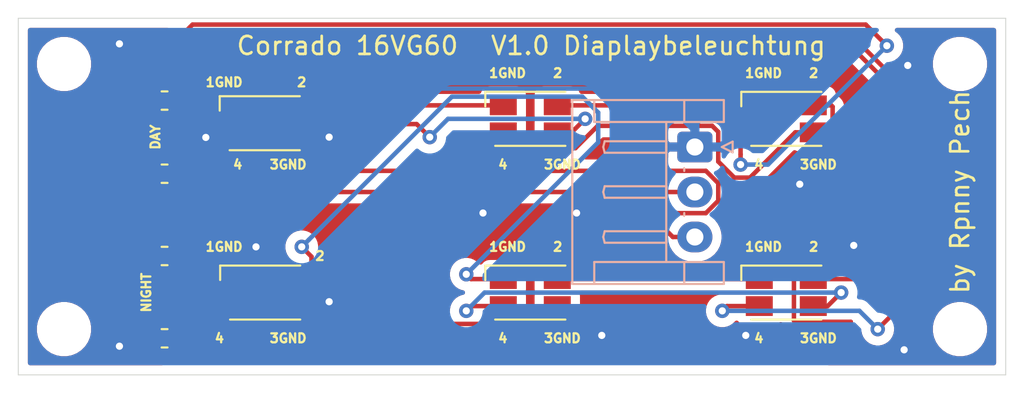
<source format=kicad_pcb>
(kicad_pcb (version 20171130) (host pcbnew 5.1.5)

  (general
    (thickness 1.6)
    (drawings 45)
    (tracks 162)
    (zones 0)
    (modules 15)
    (nets 16)
  )

  (page A4)
  (layers
    (0 F.Cu signal)
    (31 B.Cu signal)
    (32 B.Adhes user)
    (33 F.Adhes user)
    (34 B.Paste user)
    (35 F.Paste user)
    (36 B.SilkS user)
    (37 F.SilkS user)
    (38 B.Mask user)
    (39 F.Mask user)
    (40 Dwgs.User user)
    (41 Cmts.User user)
    (42 Eco1.User user)
    (43 Eco2.User user)
    (44 Edge.Cuts user)
    (45 Margin user)
    (46 B.CrtYd user)
    (47 F.CrtYd user)
    (48 B.Fab user)
    (49 F.Fab user)
  )

  (setup
    (last_trace_width 0.25)
    (trace_clearance 0.2)
    (zone_clearance 0.508)
    (zone_45_only no)
    (trace_min 0.2)
    (via_size 0.8)
    (via_drill 0.4)
    (via_min_size 0.4)
    (via_min_drill 0.3)
    (uvia_size 0.3)
    (uvia_drill 0.1)
    (uvias_allowed no)
    (uvia_min_size 0.2)
    (uvia_min_drill 0.1)
    (edge_width 0.05)
    (segment_width 0.2)
    (pcb_text_width 0.3)
    (pcb_text_size 1.5 1.5)
    (mod_edge_width 0.12)
    (mod_text_size 1 1)
    (mod_text_width 0.15)
    (pad_size 1.5 1.1)
    (pad_drill 0)
    (pad_to_mask_clearance 0.051)
    (solder_mask_min_width 0.25)
    (aux_axis_origin 0 0)
    (visible_elements 7FFFFFFF)
    (pcbplotparams
      (layerselection 0x010fc_ffffffff)
      (usegerberextensions false)
      (usegerberattributes false)
      (usegerberadvancedattributes false)
      (creategerberjobfile false)
      (excludeedgelayer true)
      (linewidth 0.100000)
      (plotframeref false)
      (viasonmask false)
      (mode 1)
      (useauxorigin false)
      (hpglpennumber 1)
      (hpglpenspeed 20)
      (hpglpendiameter 15.000000)
      (psnegative false)
      (psa4output false)
      (plotreference true)
      (plotvalue true)
      (plotinvisibletext false)
      (padsonsilk false)
      (subtractmaskfromsilk false)
      (outputformat 1)
      (mirror false)
      (drillshape 1)
      (scaleselection 1)
      (outputdirectory ""))
  )

  (net 0 "")
  (net 1 "Net-(D1-Pad4)")
  (net 2 GND)
  (net 3 "Net-(D1-Pad2)")
  (net 4 "Net-(D2-Pad2)")
  (net 5 "Net-(D2-Pad4)")
  (net 6 "Net-(D3-Pad4)")
  (net 7 "Net-(D3-Pad2)")
  (net 8 "Net-(D4-Pad2)")
  (net 9 "Net-(D4-Pad4)")
  (net 10 "Net-(D5-Pad2)")
  (net 11 "Net-(D5-Pad4)")
  (net 12 "Net-(D6-Pad4)")
  (net 13 "Net-(D6-Pad2)")
  (net 14 "Net-(J1-Pad3)")
  (net 15 "Net-(J1-Pad2)")

  (net_class Default "Dies ist die voreingestellte Netzklasse."
    (clearance 0.2)
    (trace_width 0.25)
    (via_dia 0.8)
    (via_drill 0.4)
    (uvia_dia 0.3)
    (uvia_drill 0.1)
    (add_net GND)
    (add_net "Net-(D1-Pad2)")
    (add_net "Net-(D1-Pad4)")
    (add_net "Net-(D2-Pad2)")
    (add_net "Net-(D2-Pad4)")
    (add_net "Net-(D3-Pad2)")
    (add_net "Net-(D3-Pad4)")
    (add_net "Net-(D4-Pad2)")
    (add_net "Net-(D4-Pad4)")
    (add_net "Net-(D5-Pad2)")
    (add_net "Net-(D5-Pad4)")
    (add_net "Net-(D6-Pad2)")
    (add_net "Net-(D6-Pad4)")
    (add_net "Net-(J1-Pad2)")
    (add_net "Net-(J1-Pad3)")
  )

  (module Connector_JST:JST_EH_S3B-EH_1x03_P2.50mm_Horizontal (layer B.Cu) (tedit 5EAC140F) (tstamp 5EAB1A27)
    (at 131.572 75.732 270)
    (descr "JST EH series connector, S3B-EH (http://www.jst-mfg.com/product/pdf/eng/eEH.pdf), generated with kicad-footprint-generator")
    (tags "connector JST EH horizontal")
    (path /5EAB6EAD)
    (fp_text reference " " (at 2.5 7.9 90) (layer B.SilkS)
      (effects (font (size 1 1) (thickness 0.15)) (justify mirror))
    )
    (fp_text value " " (at 2.5 -2.7 90) (layer B.Fab)
      (effects (font (size 1 1) (thickness 0.15)) (justify mirror))
    )
    (fp_text user %R (at 2.5 2.6 90) (layer B.Fab)
      (effects (font (size 1 1) (thickness 0.15)) (justify mirror))
    )
    (fp_line (start 0 1.407107) (end 0.5 0.7) (layer B.Fab) (width 0.1))
    (fp_line (start -0.5 0.7) (end 0 1.407107) (layer B.Fab) (width 0.1))
    (fp_line (start 0.3 -2.1) (end 0 -1.5) (layer B.SilkS) (width 0.12))
    (fp_line (start -0.3 -2.1) (end 0.3 -2.1) (layer B.SilkS) (width 0.12))
    (fp_line (start 0 -1.5) (end -0.3 -2.1) (layer B.SilkS) (width 0.12))
    (fp_line (start 5.32 1.59) (end 5 1.59) (layer B.SilkS) (width 0.12))
    (fp_line (start 5.32 5.01) (end 5.32 1.59) (layer B.SilkS) (width 0.12))
    (fp_line (start 5 5.09) (end 5.32 5.01) (layer B.SilkS) (width 0.12))
    (fp_line (start 4.68 5.01) (end 5 5.09) (layer B.SilkS) (width 0.12))
    (fp_line (start 4.68 1.59) (end 4.68 5.01) (layer B.SilkS) (width 0.12))
    (fp_line (start 5 1.59) (end 4.68 1.59) (layer B.SilkS) (width 0.12))
    (fp_line (start 3.67 0.59) (end 3.83 0.59) (layer B.SilkS) (width 0.12))
    (fp_line (start 2.82 1.59) (end 2.5 1.59) (layer B.SilkS) (width 0.12))
    (fp_line (start 2.82 5.01) (end 2.82 1.59) (layer B.SilkS) (width 0.12))
    (fp_line (start 2.5 5.09) (end 2.82 5.01) (layer B.SilkS) (width 0.12))
    (fp_line (start 2.18 5.01) (end 2.5 5.09) (layer B.SilkS) (width 0.12))
    (fp_line (start 2.18 1.59) (end 2.18 5.01) (layer B.SilkS) (width 0.12))
    (fp_line (start 2.5 1.59) (end 2.18 1.59) (layer B.SilkS) (width 0.12))
    (fp_line (start 1.17 0.59) (end 1.33 0.59) (layer B.SilkS) (width 0.12))
    (fp_line (start 0.32 1.59) (end 0 1.59) (layer B.SilkS) (width 0.12))
    (fp_line (start 0.32 5.01) (end 0.32 1.59) (layer B.SilkS) (width 0.12))
    (fp_line (start 0 5.09) (end 0.32 5.01) (layer B.SilkS) (width 0.12))
    (fp_line (start -0.32 5.01) (end 0 5.09) (layer B.SilkS) (width 0.12))
    (fp_line (start -0.32 1.59) (end -0.32 5.01) (layer B.SilkS) (width 0.12))
    (fp_line (start 0 1.59) (end -0.32 1.59) (layer B.SilkS) (width 0.12))
    (fp_line (start -1.39 1.59) (end 6.39 1.59) (layer B.SilkS) (width 0.12))
    (fp_line (start 6.39 0.59) (end 7.61 0.59) (layer B.SilkS) (width 0.12))
    (fp_line (start 6.39 5.59) (end 6.39 0.59) (layer B.SilkS) (width 0.12))
    (fp_line (start 7.61 5.59) (end 6.39 5.59) (layer B.SilkS) (width 0.12))
    (fp_line (start -1.39 0.59) (end -2.61 0.59) (layer B.SilkS) (width 0.12))
    (fp_line (start -1.39 5.59) (end -1.39 0.59) (layer B.SilkS) (width 0.12))
    (fp_line (start -2.61 5.59) (end -1.39 5.59) (layer B.SilkS) (width 0.12))
    (fp_line (start 6.39 -1.61) (end 6.39 0.59) (layer B.SilkS) (width 0.12))
    (fp_line (start 7.61 -1.61) (end 6.39 -1.61) (layer B.SilkS) (width 0.12))
    (fp_line (start 7.61 6.81) (end 7.61 -1.61) (layer B.SilkS) (width 0.12))
    (fp_line (start -2.61 6.81) (end 7.61 6.81) (layer B.SilkS) (width 0.12))
    (fp_line (start -2.61 -1.61) (end -2.61 6.81) (layer B.SilkS) (width 0.12))
    (fp_line (start -1.39 -1.61) (end -2.61 -1.61) (layer B.SilkS) (width 0.12))
    (fp_line (start -1.39 0.59) (end -1.39 -1.61) (layer B.SilkS) (width 0.12))
    (fp_line (start 8 7.2) (end -3 7.2) (layer B.CrtYd) (width 0.05))
    (fp_line (start 8 -2) (end 8 7.2) (layer B.CrtYd) (width 0.05))
    (fp_line (start -3 -2) (end 8 -2) (layer B.CrtYd) (width 0.05))
    (fp_line (start -3 7.2) (end -3 -2) (layer B.CrtYd) (width 0.05))
    (fp_line (start 6.5 0.7) (end -1.5 0.7) (layer B.Fab) (width 0.1))
    (fp_line (start 6.5 -1.5) (end 6.5 0.7) (layer B.Fab) (width 0.1))
    (fp_line (start 7.5 -1.5) (end 6.5 -1.5) (layer B.Fab) (width 0.1))
    (fp_line (start 7.5 6.7) (end 7.5 -1.5) (layer B.Fab) (width 0.1))
    (fp_line (start -2.5 6.7) (end 7.5 6.7) (layer B.Fab) (width 0.1))
    (fp_line (start -2.5 -1.5) (end -2.5 6.7) (layer B.Fab) (width 0.1))
    (fp_line (start -1.5 -1.5) (end -2.5 -1.5) (layer B.Fab) (width 0.1))
    (fp_line (start -1.5 0.7) (end -1.5 -1.5) (layer B.Fab) (width 0.1))
    (pad 3 thru_hole oval (at 5 0 270) (size 1.7 1.95) (drill 0.95) (layers *.Cu *.Mask)
      (net 14 "Net-(J1-Pad3)"))
    (pad 2 thru_hole oval (at 2.5 0 270) (size 1.7 1.95) (drill 0.95) (layers *.Cu *.Mask)
      (net 15 "Net-(J1-Pad2)"))
    (pad 1 thru_hole roundrect (at 0 0 270) (size 1.7 1.95) (drill 0.95) (layers *.Cu *.Mask) (roundrect_rratio 0.147)
      (net 2 GND))
    (model ${KISYS3DMOD}/Connector_JST.3dshapes/JST_EH_S3B-EH_1x03_P2.50mm_Horizontal.wrl
      (at (xyz 0 0 0))
      (scale (xyz 1 1 1))
      (rotate (xyz 0 0 0))
    )
  )

  (module MountingHole:MountingHole_2.1mm (layer F.Cu) (tedit 5EAAFEE6) (tstamp 5EAB533E)
    (at 96.52 85.852)
    (descr "Mounting Hole 2.1mm, no annular")
    (tags "mounting hole 2.1mm no annular")
    (attr virtual)
    (fp_text reference " " (at 0 -3.2) (layer F.SilkS) hide
      (effects (font (size 1 1) (thickness 0.15)))
    )
    (fp_text value " " (at 0 3.2) (layer F.Fab) hide
      (effects (font (size 1 1) (thickness 0.15)))
    )
    (fp_circle (center 0 0) (end 2.35 0) (layer F.CrtYd) (width 0.05))
    (fp_circle (center 0 0) (end 2.1 0) (layer Cmts.User) (width 0.15))
    (fp_text user %R (at 0.3 0) (layer F.Fab)
      (effects (font (size 1 1) (thickness 0.15)))
    )
    (pad "" np_thru_hole circle (at 0 0) (size 2 2) (drill 2) (layers *.Cu *.Mask))
  )

  (module MountingHole:MountingHole_2.1mm (layer F.Cu) (tedit 5EAAFEE6) (tstamp 5EAB533E)
    (at 146.304 85.852)
    (descr "Mounting Hole 2.1mm, no annular")
    (tags "mounting hole 2.1mm no annular")
    (attr virtual)
    (fp_text reference " " (at 0 -3.2) (layer F.SilkS) hide
      (effects (font (size 1 1) (thickness 0.15)))
    )
    (fp_text value " " (at 0 3.2) (layer F.Fab) hide
      (effects (font (size 1 1) (thickness 0.15)))
    )
    (fp_circle (center 0 0) (end 2.35 0) (layer F.CrtYd) (width 0.05))
    (fp_circle (center 0 0) (end 2.1 0) (layer Cmts.User) (width 0.15))
    (fp_text user %R (at 0.3 0) (layer F.Fab)
      (effects (font (size 1 1) (thickness 0.15)))
    )
    (pad "" np_thru_hole circle (at 0 0) (size 2 2) (drill 2) (layers *.Cu *.Mask))
  )

  (module MountingHole:MountingHole_2.1mm (layer F.Cu) (tedit 5EAAFEE6) (tstamp 5EAB5314)
    (at 146.304 71.12)
    (descr "Mounting Hole 2.1mm, no annular")
    (tags "mounting hole 2.1mm no annular")
    (attr virtual)
    (fp_text reference " " (at 0 -3.2) (layer F.SilkS) hide
      (effects (font (size 1 1) (thickness 0.15)))
    )
    (fp_text value " " (at 0 3.2) (layer F.Fab) hide
      (effects (font (size 1 1) (thickness 0.15)))
    )
    (fp_text user %R (at 0.3 0) (layer F.Fab)
      (effects (font (size 1 1) (thickness 0.15)))
    )
    (fp_circle (center 0 0) (end 2.1 0) (layer Cmts.User) (width 0.15))
    (fp_circle (center 0 0) (end 2.35 0) (layer F.CrtYd) (width 0.05))
    (pad "" np_thru_hole circle (at 0 0) (size 2 2) (drill 2) (layers *.Cu *.Mask))
  )

  (module MountingHole:MountingHole_2.1mm (layer F.Cu) (tedit 5EAAFEE6) (tstamp 5EAB52D4)
    (at 96.52 71.12)
    (descr "Mounting Hole 2.1mm, no annular")
    (tags "mounting hole 2.1mm no annular")
    (attr virtual)
    (fp_text reference " " (at 0 -3.2) (layer F.SilkS) hide
      (effects (font (size 1 1) (thickness 0.15)))
    )
    (fp_text value " " (at 0 3.2) (layer F.Fab) hide
      (effects (font (size 1 1) (thickness 0.15)))
    )
    (fp_circle (center 0 0) (end 2.35 0) (layer F.CrtYd) (width 0.05))
    (fp_circle (center 0 0) (end 2.1 0) (layer Cmts.User) (width 0.15))
    (fp_text user %R (at 0.3 0) (layer F.Fab)
      (effects (font (size 1 1) (thickness 0.15)))
    )
    (pad "" np_thru_hole circle (at 0 0) (size 2 2) (drill 2) (layers *.Cu *.Mask))
  )

  (module LED_SMD:LED_Avago_PLCC4_3.2x2.8mm_CW (layer F.Cu) (tedit 5A643BA3) (tstamp 5EAB04BF)
    (at 107.696 83.82)
    (descr https://docs.broadcom.com/docs/AV02-4186EN)
    (tags "LED Avago PLCC-4 ASMB-MTB0-0A3A2")
    (path /5EE86267)
    (attr smd)
    (fp_text reference " " (at 0 -2.65) (layer F.SilkS)
      (effects (font (size 1 1) (thickness 0.15)))
    )
    (fp_text value " " (at 0 2.65) (layer F.Fab)
      (effects (font (size 1 1) (thickness 0.15)))
    )
    (fp_circle (center 0 0) (end 1.12 0) (layer F.Fab) (width 0.1))
    (fp_line (start 2.5 1.65) (end -2.5 1.65) (layer F.CrtYd) (width 0.05))
    (fp_line (start 2.5 1.65) (end 2.5 -1.65) (layer F.CrtYd) (width 0.05))
    (fp_line (start -2.5 -1.65) (end -2.5 1.65) (layer F.CrtYd) (width 0.05))
    (fp_line (start -2.5 -1.65) (end 2.5 -1.65) (layer F.CrtYd) (width 0.05))
    (fp_line (start -1.95 1.5) (end 1.95 1.5) (layer F.SilkS) (width 0.12))
    (fp_line (start -2.500044 -1.5) (end 1.95 -1.5) (layer F.SilkS) (width 0.12))
    (fp_line (start -2.5 -0.7) (end -2.5 -1.5) (layer F.SilkS) (width 0.12))
    (fp_line (start 1.6 -1.4) (end -1.6 -1.4) (layer F.Fab) (width 0.1))
    (fp_line (start 1.6 1.4) (end 1.6 -1.4) (layer F.Fab) (width 0.1))
    (fp_line (start -1.6 1.4) (end 1.6 1.4) (layer F.Fab) (width 0.1))
    (fp_line (start -1.6 -1.4) (end -1.6 1.4) (layer F.Fab) (width 0.1))
    (fp_line (start -0.6 -1.4) (end -1.6 -0.4) (layer F.Fab) (width 0.1))
    (fp_text user %R (at 0 0) (layer F.Fab)
      (effects (font (size 0.5 0.5) (thickness 0.075)))
    )
    (pad 4 smd rect (at -1.5 0.75) (size 1.5 1.1) (layers F.Cu F.Paste F.Mask)
      (net 1 "Net-(D1-Pad4)"))
    (pad 3 smd rect (at 1.5 0.75) (size 1.5 1.1) (layers F.Cu F.Paste F.Mask)
      (net 2 GND))
    (pad 2 smd rect (at 1.5 -0.75) (size 1.5 1.1) (layers F.Cu F.Paste F.Mask)
      (net 3 "Net-(D1-Pad2)"))
    (pad 1 smd rect (at -1.5 -0.75) (size 1.5 1.1) (layers F.Cu F.Paste F.Mask)
      (net 2 GND))
    (model ${KISYS3DMOD}/LED_SMD.3dshapes/LED_Avago_PLCC4_3.2x2.8mm_CW.wrl
      (at (xyz 0 0 0))
      (scale (xyz 1 1 1))
      (rotate (xyz 0 0 0))
    )
  )

  (module LED_SMD:LED_Avago_PLCC4_3.2x2.8mm_CW (layer F.Cu) (tedit 5A643BA3) (tstamp 5EAB04D5)
    (at 107.672 74.41)
    (descr https://docs.broadcom.com/docs/AV02-4186EN)
    (tags "LED Avago PLCC-4 ASMB-MTB0-0A3A2")
    (path /5EE83BC3)
    (attr smd)
    (fp_text reference " " (at 0 -2.65) (layer F.SilkS)
      (effects (font (size 1 1) (thickness 0.15)))
    )
    (fp_text value " " (at 0 2.65) (layer F.Fab)
      (effects (font (size 1 1) (thickness 0.15)))
    )
    (fp_text user %R (at 0 0) (layer F.Fab)
      (effects (font (size 0.5 0.5) (thickness 0.075)))
    )
    (fp_line (start -0.6 -1.4) (end -1.6 -0.4) (layer F.Fab) (width 0.1))
    (fp_line (start -1.6 -1.4) (end -1.6 1.4) (layer F.Fab) (width 0.1))
    (fp_line (start -1.6 1.4) (end 1.6 1.4) (layer F.Fab) (width 0.1))
    (fp_line (start 1.6 1.4) (end 1.6 -1.4) (layer F.Fab) (width 0.1))
    (fp_line (start 1.6 -1.4) (end -1.6 -1.4) (layer F.Fab) (width 0.1))
    (fp_line (start -2.5 -0.7) (end -2.5 -1.5) (layer F.SilkS) (width 0.12))
    (fp_line (start -2.500044 -1.5) (end 1.95 -1.5) (layer F.SilkS) (width 0.12))
    (fp_line (start -1.95 1.5) (end 1.95 1.5) (layer F.SilkS) (width 0.12))
    (fp_line (start -2.5 -1.65) (end 2.5 -1.65) (layer F.CrtYd) (width 0.05))
    (fp_line (start -2.5 -1.65) (end -2.5 1.65) (layer F.CrtYd) (width 0.05))
    (fp_line (start 2.5 1.65) (end 2.5 -1.65) (layer F.CrtYd) (width 0.05))
    (fp_line (start 2.5 1.65) (end -2.5 1.65) (layer F.CrtYd) (width 0.05))
    (fp_circle (center 0 0) (end 1.12 0) (layer F.Fab) (width 0.1))
    (pad 1 smd rect (at -1.5 -0.75) (size 1.5 1.1) (layers F.Cu F.Paste F.Mask)
      (net 2 GND))
    (pad 2 smd rect (at 1.5 -0.75) (size 1.5 1.1) (layers F.Cu F.Paste F.Mask)
      (net 4 "Net-(D2-Pad2)"))
    (pad 3 smd rect (at 1.5 0.75) (size 1.5 1.1) (layers F.Cu F.Paste F.Mask)
      (net 2 GND))
    (pad 4 smd rect (at -1.5 0.75) (size 1.5 1.1) (layers F.Cu F.Paste F.Mask)
      (net 5 "Net-(D2-Pad4)"))
    (model ${KISYS3DMOD}/LED_SMD.3dshapes/LED_Avago_PLCC4_3.2x2.8mm_CW.wrl
      (at (xyz 0 0 0))
      (scale (xyz 1 1 1))
      (rotate (xyz 0 0 0))
    )
  )

  (module LED_SMD:LED_Avago_PLCC4_3.2x2.8mm_CW (layer F.Cu) (tedit 5EAD94B7) (tstamp 5EAB04EB)
    (at 122.428 83.82)
    (descr https://docs.broadcom.com/docs/AV02-4186EN)
    (tags "LED Avago PLCC-4 ASMB-MTB0-0A3A2")
    (path /5EE8469D)
    (attr smd)
    (fp_text reference " " (at 0 -2.65) (layer F.SilkS)
      (effects (font (size 1 1) (thickness 0.15)))
    )
    (fp_text value " " (at 0 2.65) (layer F.Fab)
      (effects (font (size 1 1) (thickness 0.15)))
    )
    (fp_circle (center 0 0) (end 1.12 0) (layer F.Fab) (width 0.1))
    (fp_line (start 2.5 1.65) (end -2.5 1.65) (layer F.CrtYd) (width 0.05))
    (fp_line (start 2.5 1.65) (end 2.5 -1.65) (layer F.CrtYd) (width 0.05))
    (fp_line (start -2.5 -1.65) (end -2.5 1.65) (layer F.CrtYd) (width 0.05))
    (fp_line (start -2.5 -1.65) (end 2.5 -1.65) (layer F.CrtYd) (width 0.05))
    (fp_line (start -1.95 1.5) (end 1.95 1.5) (layer F.SilkS) (width 0.12))
    (fp_line (start -2.500044 -1.5) (end 1.95 -1.5) (layer F.SilkS) (width 0.12))
    (fp_line (start -2.5 -0.7) (end -2.5 -1.5) (layer F.SilkS) (width 0.12))
    (fp_line (start 1.6 -1.4) (end -1.6 -1.4) (layer F.Fab) (width 0.1))
    (fp_line (start 1.6 1.4) (end 1.6 -1.4) (layer F.Fab) (width 0.1))
    (fp_line (start -1.6 1.4) (end 1.6 1.4) (layer F.Fab) (width 0.1))
    (fp_line (start -1.6 -1.4) (end -1.6 1.4) (layer F.Fab) (width 0.1))
    (fp_line (start -0.6 -1.4) (end -1.6 -0.4) (layer F.Fab) (width 0.1))
    (fp_text user %R (at 0 0) (layer F.Fab)
      (effects (font (size 0.5 0.5) (thickness 0.075)))
    )
    (pad 4 smd rect (at -1.5 0.75) (size 1.5 1.1) (layers F.Cu F.Paste F.Mask)
      (net 6 "Net-(D3-Pad4)"))
    (pad 3 smd rect (at 1.5 0.75) (size 1.5 1.1) (layers F.Cu F.Paste F.Mask)
      (net 1 "Net-(D1-Pad4)"))
    (pad 2 smd rect (at 1.5 -0.75) (size 1.5 1.1) (layers F.Cu F.Paste F.Mask)
      (net 7 "Net-(D3-Pad2)"))
    (pad 1 smd rect (at -1.5 -0.75) (size 1.5 1.1) (layers F.Cu F.Paste F.Mask)
      (net 3 "Net-(D1-Pad2)"))
    (model ${KISYS3DMOD}/LED_SMD.3dshapes/LED_Avago_PLCC4_3.2x2.8mm_CW.wrl
      (at (xyz 0 0 0))
      (scale (xyz 1 1 1))
      (rotate (xyz 0 0 0))
    )
  )

  (module LED_SMD:LED_Avago_PLCC4_3.2x2.8mm_CW (layer F.Cu) (tedit 5EAD9523) (tstamp 5EAB0501)
    (at 122.428 74.168)
    (descr https://docs.broadcom.com/docs/AV02-4186EN)
    (tags "LED Avago PLCC-4 ASMB-MTB0-0A3A2")
    (path /5EE86DF0)
    (attr smd)
    (fp_text reference " " (at 0 -2.65) (layer F.SilkS)
      (effects (font (size 1 1) (thickness 0.15)))
    )
    (fp_text value " " (at 0 2.65) (layer F.Fab)
      (effects (font (size 1 1) (thickness 0.15)))
    )
    (fp_text user %R (at 0 0) (layer F.Fab)
      (effects (font (size 0.5 0.5) (thickness 0.075)))
    )
    (fp_line (start -0.6 -1.4) (end -1.6 -0.4) (layer F.Fab) (width 0.1))
    (fp_line (start -1.6 -1.4) (end -1.6 1.4) (layer F.Fab) (width 0.1))
    (fp_line (start -1.6 1.4) (end 1.6 1.4) (layer F.Fab) (width 0.1))
    (fp_line (start 1.6 1.4) (end 1.6 -1.4) (layer F.Fab) (width 0.1))
    (fp_line (start 1.6 -1.4) (end -1.6 -1.4) (layer F.Fab) (width 0.1))
    (fp_line (start -2.5 -0.7) (end -2.5 -1.5) (layer F.SilkS) (width 0.12))
    (fp_line (start -2.500044 -1.5) (end 1.95 -1.5) (layer F.SilkS) (width 0.12))
    (fp_line (start -1.95 1.5) (end 1.95 1.5) (layer F.SilkS) (width 0.12))
    (fp_line (start -2.5 -1.65) (end 2.5 -1.65) (layer F.CrtYd) (width 0.05))
    (fp_line (start -2.5 -1.65) (end -2.5 1.65) (layer F.CrtYd) (width 0.05))
    (fp_line (start 2.5 1.65) (end 2.5 -1.65) (layer F.CrtYd) (width 0.05))
    (fp_line (start 2.5 1.65) (end -2.5 1.65) (layer F.CrtYd) (width 0.05))
    (fp_circle (center 0 0) (end 1.12 0) (layer F.Fab) (width 0.1))
    (pad 1 smd rect (at -1.5 -0.75) (size 1.5 1.1) (layers F.Cu F.Paste F.Mask)
      (net 4 "Net-(D2-Pad2)"))
    (pad 2 smd rect (at 1.5 -0.75) (size 1.5 1.1) (layers F.Cu F.Paste F.Mask)
      (net 8 "Net-(D4-Pad2)"))
    (pad 3 smd rect (at 1.5 0.75) (size 1.5 1.1) (layers F.Cu F.Paste F.Mask)
      (net 5 "Net-(D2-Pad4)"))
    (pad 4 smd rect (at -1.5 0.75) (size 1.5 1.1) (layers F.Cu F.Paste F.Mask)
      (net 9 "Net-(D4-Pad4)"))
    (model ${KISYS3DMOD}/LED_SMD.3dshapes/LED_Avago_PLCC4_3.2x2.8mm_CW.wrl
      (at (xyz 0 0 0))
      (scale (xyz 1 1 1))
      (rotate (xyz 0 0 0))
    )
  )

  (module LED_SMD:LED_Avago_PLCC4_3.2x2.8mm_CW (layer F.Cu) (tedit 5A643BA3) (tstamp 5EAB0517)
    (at 136.652 83.82)
    (descr https://docs.broadcom.com/docs/AV02-4186EN)
    (tags "LED Avago PLCC-4 ASMB-MTB0-0A3A2")
    (path /5EE85404)
    (attr smd)
    (fp_text reference " " (at 0 -2.65) (layer F.SilkS)
      (effects (font (size 1 1) (thickness 0.15)))
    )
    (fp_text value " " (at 0 3.048) (layer F.Fab)
      (effects (font (size 1 1) (thickness 0.15)))
    )
    (fp_text user %R (at 0 0) (layer F.Fab)
      (effects (font (size 0.5 0.5) (thickness 0.075)))
    )
    (fp_line (start -0.6 -1.4) (end -1.6 -0.4) (layer F.Fab) (width 0.1))
    (fp_line (start -1.6 -1.4) (end -1.6 1.4) (layer F.Fab) (width 0.1))
    (fp_line (start -1.6 1.4) (end 1.6 1.4) (layer F.Fab) (width 0.1))
    (fp_line (start 1.6 1.4) (end 1.6 -1.4) (layer F.Fab) (width 0.1))
    (fp_line (start 1.6 -1.4) (end -1.6 -1.4) (layer F.Fab) (width 0.1))
    (fp_line (start -2.5 -0.7) (end -2.5 -1.5) (layer F.SilkS) (width 0.12))
    (fp_line (start -2.500044 -1.5) (end 1.95 -1.5) (layer F.SilkS) (width 0.12))
    (fp_line (start -1.95 1.5) (end 1.95 1.5) (layer F.SilkS) (width 0.12))
    (fp_line (start -2.5 -1.65) (end 2.5 -1.65) (layer F.CrtYd) (width 0.05))
    (fp_line (start -2.5 -1.65) (end -2.5 1.65) (layer F.CrtYd) (width 0.05))
    (fp_line (start 2.5 1.65) (end 2.5 -1.65) (layer F.CrtYd) (width 0.05))
    (fp_line (start 2.5 1.65) (end -2.5 1.65) (layer F.CrtYd) (width 0.05))
    (fp_circle (center 0 0) (end 1.12 0) (layer F.Fab) (width 0.1))
    (pad 1 smd rect (at -1.5 -0.75) (size 1.5 1.1) (layers F.Cu F.Paste F.Mask)
      (net 7 "Net-(D3-Pad2)"))
    (pad 2 smd rect (at 1.5 -0.75) (size 1.5 1.1) (layers F.Cu F.Paste F.Mask)
      (net 10 "Net-(D5-Pad2)"))
    (pad 3 smd rect (at 1.5 0.75) (size 1.5 1.1) (layers F.Cu F.Paste F.Mask)
      (net 6 "Net-(D3-Pad4)"))
    (pad 4 smd rect (at -1.5 0.75) (size 1.5 1.1) (layers F.Cu F.Paste F.Mask)
      (net 11 "Net-(D5-Pad4)"))
    (model ${KISYS3DMOD}/LED_SMD.3dshapes/LED_Avago_PLCC4_3.2x2.8mm_CW.wrl
      (at (xyz 0 0 0))
      (scale (xyz 1 1 1))
      (rotate (xyz 0 0 0))
    )
  )

  (module LED_SMD:LED_Avago_PLCC4_3.2x2.8mm_CW (layer F.Cu) (tedit 5A643BA3) (tstamp 5EAB052D)
    (at 136.652 74.168)
    (descr https://docs.broadcom.com/docs/AV02-4186EN)
    (tags "LED Avago PLCC-4 ASMB-MTB0-0A3A2")
    (path /5EE88414)
    (attr smd)
    (fp_text reference " " (at 0 -2.65) (layer F.SilkS)
      (effects (font (size 1 1) (thickness 0.15)))
    )
    (fp_text value " " (at 0 2.65) (layer F.Fab)
      (effects (font (size 1 1) (thickness 0.15)))
    )
    (fp_circle (center 0 0) (end 1.12 0) (layer F.Fab) (width 0.1))
    (fp_line (start 2.5 1.65) (end -2.5 1.65) (layer F.CrtYd) (width 0.05))
    (fp_line (start 2.5 1.65) (end 2.5 -1.65) (layer F.CrtYd) (width 0.05))
    (fp_line (start -2.5 -1.65) (end -2.5 1.65) (layer F.CrtYd) (width 0.05))
    (fp_line (start -2.5 -1.65) (end 2.5 -1.65) (layer F.CrtYd) (width 0.05))
    (fp_line (start -1.95 1.5) (end 1.95 1.5) (layer F.SilkS) (width 0.12))
    (fp_line (start -2.500044 -1.5) (end 1.95 -1.5) (layer F.SilkS) (width 0.12))
    (fp_line (start -2.5 -0.7) (end -2.5 -1.5) (layer F.SilkS) (width 0.12))
    (fp_line (start 1.6 -1.4) (end -1.6 -1.4) (layer F.Fab) (width 0.1))
    (fp_line (start 1.6 1.4) (end 1.6 -1.4) (layer F.Fab) (width 0.1))
    (fp_line (start -1.6 1.4) (end 1.6 1.4) (layer F.Fab) (width 0.1))
    (fp_line (start -1.6 -1.4) (end -1.6 1.4) (layer F.Fab) (width 0.1))
    (fp_line (start -0.6 -1.4) (end -1.6 -0.4) (layer F.Fab) (width 0.1))
    (fp_text user %R (at 0 0) (layer F.Fab)
      (effects (font (size 0.5 0.5) (thickness 0.075)))
    )
    (pad 4 smd rect (at -1.5 0.75) (size 1.5 1.1) (layers F.Cu F.Paste F.Mask)
      (net 12 "Net-(D6-Pad4)"))
    (pad 3 smd rect (at 1.5 0.75) (size 1.5 1.1) (layers F.Cu F.Paste F.Mask)
      (net 9 "Net-(D4-Pad4)"))
    (pad 2 smd rect (at 1.5 -0.75) (size 1.5 1.1) (layers F.Cu F.Paste F.Mask)
      (net 13 "Net-(D6-Pad2)"))
    (pad 1 smd rect (at -1.5 -0.75) (size 1.5 1.1) (layers F.Cu F.Paste F.Mask)
      (net 8 "Net-(D4-Pad2)"))
    (model ${KISYS3DMOD}/LED_SMD.3dshapes/LED_Avago_PLCC4_3.2x2.8mm_CW.wrl
      (at (xyz 0 0 0))
      (scale (xyz 1 1 1))
      (rotate (xyz 0 0 0))
    )
  )

  (module Resistor_SMD:R_0603_1608Metric (layer F.Cu) (tedit 5B301BBD) (tstamp 5EAB053E)
    (at 102.108 73.152)
    (descr "Resistor SMD 0603 (1608 Metric), square (rectangular) end terminal, IPC_7351 nominal, (Body size source: http://www.tortai-tech.com/upload/download/2011102023233369053.pdf), generated with kicad-footprint-generator")
    (tags resistor)
    (path /5EE8A84A)
    (attr smd)
    (fp_text reference " " (at 0 -1.43) (layer F.SilkS)
      (effects (font (size 1 1) (thickness 0.15)))
    )
    (fp_text value " " (at 0 1.524) (layer F.Fab)
      (effects (font (size 1 1) (thickness 0.15)))
    )
    (fp_line (start -0.8 0.4) (end -0.8 -0.4) (layer F.Fab) (width 0.1))
    (fp_line (start -0.8 -0.4) (end 0.8 -0.4) (layer F.Fab) (width 0.1))
    (fp_line (start 0.8 -0.4) (end 0.8 0.4) (layer F.Fab) (width 0.1))
    (fp_line (start 0.8 0.4) (end -0.8 0.4) (layer F.Fab) (width 0.1))
    (fp_line (start -0.162779 -0.51) (end 0.162779 -0.51) (layer F.SilkS) (width 0.12))
    (fp_line (start -0.162779 0.51) (end 0.162779 0.51) (layer F.SilkS) (width 0.12))
    (fp_line (start -1.48 0.73) (end -1.48 -0.73) (layer F.CrtYd) (width 0.05))
    (fp_line (start -1.48 -0.73) (end 1.48 -0.73) (layer F.CrtYd) (width 0.05))
    (fp_line (start 1.48 -0.73) (end 1.48 0.73) (layer F.CrtYd) (width 0.05))
    (fp_line (start 1.48 0.73) (end -1.48 0.73) (layer F.CrtYd) (width 0.05))
    (fp_text user %R (at -0.508 0) (layer F.Fab)
      (effects (font (size 0.4 0.4) (thickness 0.06)))
    )
    (pad 1 smd roundrect (at -0.7875 0) (size 0.875 0.95) (layers F.Cu F.Paste F.Mask) (roundrect_rratio 0.25)
      (net 10 "Net-(D5-Pad2)"))
    (pad 2 smd roundrect (at 0.7875 0) (size 0.875 0.95) (layers F.Cu F.Paste F.Mask) (roundrect_rratio 0.25)
      (net 14 "Net-(J1-Pad3)"))
    (model ${KISYS3DMOD}/Resistor_SMD.3dshapes/R_0603_1608Metric.wrl
      (at (xyz 0 0 0))
      (scale (xyz 1 1 1))
      (rotate (xyz 0 0 0))
    )
  )

  (module Resistor_SMD:R_0603_1608Metric (layer F.Cu) (tedit 5B301BBD) (tstamp 5EAB054F)
    (at 102.108 77.216)
    (descr "Resistor SMD 0603 (1608 Metric), square (rectangular) end terminal, IPC_7351 nominal, (Body size source: http://www.tortai-tech.com/upload/download/2011102023233369053.pdf), generated with kicad-footprint-generator")
    (tags resistor)
    (path /5EE8ACD9)
    (attr smd)
    (fp_text reference " " (at 0 -1.43) (layer F.SilkS)
      (effects (font (size 1 1) (thickness 0.15)))
    )
    (fp_text value " " (at 0 1.43) (layer F.Fab)
      (effects (font (size 1 1) (thickness 0.15)))
    )
    (fp_text user %R (at 0 0) (layer F.Fab)
      (effects (font (size 0.4 0.4) (thickness 0.06)))
    )
    (fp_line (start 1.48 0.73) (end -1.48 0.73) (layer F.CrtYd) (width 0.05))
    (fp_line (start 1.48 -0.73) (end 1.48 0.73) (layer F.CrtYd) (width 0.05))
    (fp_line (start -1.48 -0.73) (end 1.48 -0.73) (layer F.CrtYd) (width 0.05))
    (fp_line (start -1.48 0.73) (end -1.48 -0.73) (layer F.CrtYd) (width 0.05))
    (fp_line (start -0.162779 0.51) (end 0.162779 0.51) (layer F.SilkS) (width 0.12))
    (fp_line (start -0.162779 -0.51) (end 0.162779 -0.51) (layer F.SilkS) (width 0.12))
    (fp_line (start 0.8 0.4) (end -0.8 0.4) (layer F.Fab) (width 0.1))
    (fp_line (start 0.8 -0.4) (end 0.8 0.4) (layer F.Fab) (width 0.1))
    (fp_line (start -0.8 -0.4) (end 0.8 -0.4) (layer F.Fab) (width 0.1))
    (fp_line (start -0.8 0.4) (end -0.8 -0.4) (layer F.Fab) (width 0.1))
    (pad 2 smd roundrect (at 0.7875 0) (size 0.875 0.95) (layers F.Cu F.Paste F.Mask) (roundrect_rratio 0.25)
      (net 14 "Net-(J1-Pad3)"))
    (pad 1 smd roundrect (at -0.7875 0) (size 0.875 0.95) (layers F.Cu F.Paste F.Mask) (roundrect_rratio 0.25)
      (net 13 "Net-(D6-Pad2)"))
    (model ${KISYS3DMOD}/Resistor_SMD.3dshapes/R_0603_1608Metric.wrl
      (at (xyz 0 0 0))
      (scale (xyz 1 1 1))
      (rotate (xyz 0 0 0))
    )
  )

  (module Resistor_SMD:R_0603_1608Metric (layer F.Cu) (tedit 5B301BBD) (tstamp 5EAB0560)
    (at 102.108 81.788)
    (descr "Resistor SMD 0603 (1608 Metric), square (rectangular) end terminal, IPC_7351 nominal, (Body size source: http://www.tortai-tech.com/upload/download/2011102023233369053.pdf), generated with kicad-footprint-generator")
    (tags resistor)
    (path /5EE89BDC)
    (attr smd)
    (fp_text reference " " (at 0 -1.43) (layer F.SilkS)
      (effects (font (size 1 1) (thickness 0.15)))
    )
    (fp_text value " " (at 0 1.43) (layer F.Fab)
      (effects (font (size 1 1) (thickness 0.15)))
    )
    (fp_line (start -0.8 0.4) (end -0.8 -0.4) (layer F.Fab) (width 0.1))
    (fp_line (start -0.8 -0.4) (end 0.8 -0.4) (layer F.Fab) (width 0.1))
    (fp_line (start 0.8 -0.4) (end 0.8 0.4) (layer F.Fab) (width 0.1))
    (fp_line (start 0.8 0.4) (end -0.8 0.4) (layer F.Fab) (width 0.1))
    (fp_line (start -0.162779 -0.51) (end 0.162779 -0.51) (layer F.SilkS) (width 0.12))
    (fp_line (start -0.162779 0.51) (end 0.162779 0.51) (layer F.SilkS) (width 0.12))
    (fp_line (start -1.48 0.73) (end -1.48 -0.73) (layer F.CrtYd) (width 0.05))
    (fp_line (start -1.48 -0.73) (end 1.48 -0.73) (layer F.CrtYd) (width 0.05))
    (fp_line (start 1.48 -0.73) (end 1.48 0.73) (layer F.CrtYd) (width 0.05))
    (fp_line (start 1.48 0.73) (end -1.48 0.73) (layer F.CrtYd) (width 0.05))
    (fp_text user %R (at 0 0) (layer F.Fab)
      (effects (font (size 0.4 0.4) (thickness 0.06)))
    )
    (pad 1 smd roundrect (at -0.7875 0) (size 0.875 0.95) (layers F.Cu F.Paste F.Mask) (roundrect_rratio 0.25)
      (net 11 "Net-(D5-Pad4)"))
    (pad 2 smd roundrect (at 0.7875 0) (size 0.875 0.95) (layers F.Cu F.Paste F.Mask) (roundrect_rratio 0.25)
      (net 15 "Net-(J1-Pad2)"))
    (model ${KISYS3DMOD}/Resistor_SMD.3dshapes/R_0603_1608Metric.wrl
      (at (xyz 0 0 0))
      (scale (xyz 1 1 1))
      (rotate (xyz 0 0 0))
    )
  )

  (module Resistor_SMD:R_0603_1608Metric (layer F.Cu) (tedit 5B301BBD) (tstamp 5EAB0571)
    (at 102.108 86.36)
    (descr "Resistor SMD 0603 (1608 Metric), square (rectangular) end terminal, IPC_7351 nominal, (Body size source: http://www.tortai-tech.com/upload/download/2011102023233369053.pdf), generated with kicad-footprint-generator")
    (tags resistor)
    (path /5EE8A30F)
    (attr smd)
    (fp_text reference " " (at 0 -1.43) (layer F.SilkS)
      (effects (font (size 1 1) (thickness 0.15)))
    )
    (fp_text value " " (at 0 1.43) (layer F.Fab)
      (effects (font (size 1 1) (thickness 0.15)))
    )
    (fp_text user %R (at 0 0) (layer F.Fab)
      (effects (font (size 0.4 0.4) (thickness 0.06)))
    )
    (fp_line (start 1.48 0.73) (end -1.48 0.73) (layer F.CrtYd) (width 0.05))
    (fp_line (start 1.48 -0.73) (end 1.48 0.73) (layer F.CrtYd) (width 0.05))
    (fp_line (start -1.48 -0.73) (end 1.48 -0.73) (layer F.CrtYd) (width 0.05))
    (fp_line (start -1.48 0.73) (end -1.48 -0.73) (layer F.CrtYd) (width 0.05))
    (fp_line (start -0.162779 0.51) (end 0.162779 0.51) (layer F.SilkS) (width 0.12))
    (fp_line (start -0.162779 -0.51) (end 0.162779 -0.51) (layer F.SilkS) (width 0.12))
    (fp_line (start 0.8 0.4) (end -0.8 0.4) (layer F.Fab) (width 0.1))
    (fp_line (start 0.8 -0.4) (end 0.8 0.4) (layer F.Fab) (width 0.1))
    (fp_line (start -0.8 -0.4) (end 0.8 -0.4) (layer F.Fab) (width 0.1))
    (fp_line (start -0.8 0.4) (end -0.8 -0.4) (layer F.Fab) (width 0.1))
    (pad 2 smd roundrect (at 0.7875 0) (size 0.875 0.95) (layers F.Cu F.Paste F.Mask) (roundrect_rratio 0.25)
      (net 15 "Net-(J1-Pad2)"))
    (pad 1 smd roundrect (at -0.7875 0) (size 0.875 0.95) (layers F.Cu F.Paste F.Mask) (roundrect_rratio 0.25)
      (net 12 "Net-(D6-Pad4)"))
    (model ${KISYS3DMOD}/Resistor_SMD.3dshapes/R_0603_1608Metric.wrl
      (at (xyz 0 0 0))
      (scale (xyz 1 1 1))
      (rotate (xyz 0 0 0))
    )
  )

  (gr_text "by Rpnny Pech" (at 146.304 78.232 90) (layer F.SilkS)
    (effects (font (size 1 1) (thickness 0.15)))
  )
  (gr_text "V1.0 Diaplaybeleuchtung" (at 129.54 70.104) (layer F.SilkS)
    (effects (font (size 1 1) (thickness 0.15)))
  )
  (gr_text "Corrado 16VG60" (at 112.268 70.104) (layer F.SilkS)
    (effects (font (size 1 1) (thickness 0.15)))
  )
  (gr_text NIGHT (at 101.092 83.82 90) (layer F.SilkS)
    (effects (font (size 0.5 0.5) (thickness 0.125)))
  )
  (gr_text DAY (at 101.6 75.184 90) (layer F.SilkS)
    (effects (font (size 0.5 0.5) (thickness 0.125)))
  )
  (gr_text GND (at 138.684 86.36) (layer F.SilkS) (tstamp 5EAD4050)
    (effects (font (size 0.5 0.5) (thickness 0.125)))
  )
  (gr_text GND (at 138.684 76.708) (layer F.SilkS) (tstamp 5EAD4050)
    (effects (font (size 0.5 0.5) (thickness 0.125)))
  )
  (gr_text GND (at 124.46 76.708) (layer F.SilkS) (tstamp 5EAD4050)
    (effects (font (size 0.5 0.5) (thickness 0.125)))
  )
  (gr_text GND (at 124.46 86.36) (layer F.SilkS) (tstamp 5EAD4050)
    (effects (font (size 0.5 0.5) (thickness 0.125)))
  )
  (gr_text GND (at 135.636 81.28) (layer F.SilkS) (tstamp 5EAD4050)
    (effects (font (size 0.5 0.5) (thickness 0.125)))
  )
  (gr_text GND (at 135.636 71.628) (layer F.SilkS) (tstamp 5EAD4050)
    (effects (font (size 0.5 0.5) (thickness 0.125)))
  )
  (gr_text GND (at 121.412 81.28) (layer F.SilkS) (tstamp 5EAD4050)
    (effects (font (size 0.5 0.5) (thickness 0.125)))
  )
  (gr_text GND (at 121.412 71.628) (layer F.SilkS) (tstamp 5EAD4050)
    (effects (font (size 0.5 0.5) (thickness 0.125)))
  )
  (gr_text 4 (at 120.904 86.36) (layer F.SilkS) (tstamp 5EAD3F02)
    (effects (font (size 0.5 0.5) (thickness 0.125)))
  )
  (gr_text 4 (at 135.128 86.36) (layer F.SilkS) (tstamp 5EAD3F02)
    (effects (font (size 0.5 0.5) (thickness 0.125)))
  )
  (gr_text 4 (at 135.128 76.708) (layer F.SilkS) (tstamp 5EAD3F02)
    (effects (font (size 0.5 0.5) (thickness 0.125)))
  )
  (gr_text 4 (at 120.904 76.708) (layer F.SilkS) (tstamp 5EAD3F02)
    (effects (font (size 0.5 0.5) (thickness 0.125)))
  )
  (gr_text 4 (at 105.156 86.36) (layer F.SilkS) (tstamp 5EAD3F02)
    (effects (font (size 0.5 0.5) (thickness 0.125)))
  )
  (gr_text 4 (at 106.172 76.708) (layer F.SilkS) (tstamp 5EAD3ECD)
    (effects (font (size 0.5 0.5) (thickness 0.125)))
  )
  (gr_text 3 (at 137.668 86.36) (layer F.SilkS) (tstamp 5EAD3ECD)
    (effects (font (size 0.5 0.5) (thickness 0.125)))
  )
  (gr_text 3 (at 123.444 86.36) (layer F.SilkS) (tstamp 5EAD3ECD)
    (effects (font (size 0.5 0.5) (thickness 0.125)))
  )
  (gr_text 3 (at 137.668 76.708) (layer F.SilkS) (tstamp 5EAD3ECD)
    (effects (font (size 0.5 0.5) (thickness 0.125)))
  )
  (gr_text 3 (at 123.444 76.708) (layer F.SilkS) (tstamp 5EAD3ECD)
    (effects (font (size 0.5 0.5) (thickness 0.125)))
  )
  (gr_text 3 (at 108.204 86.36) (layer F.SilkS) (tstamp 5EAD3ECD)
    (effects (font (size 0.5 0.5) (thickness 0.125)))
  )
  (gr_text 3 (at 108.204 76.708) (layer F.SilkS) (tstamp 5EAD3E8F)
    (effects (font (size 0.5 0.5) (thickness 0.125)))
  )
  (gr_text 2 (at 123.952 81.28) (layer F.SilkS) (tstamp 5EAD3E8F)
    (effects (font (size 0.5 0.5) (thickness 0.125)))
  )
  (gr_text 2 (at 138.176 81.28) (layer F.SilkS) (tstamp 5EAD3E8F)
    (effects (font (size 0.5 0.5) (thickness 0.125)))
  )
  (gr_text 2 (at 138.176 71.628) (layer F.SilkS) (tstamp 5EAD3E8F)
    (effects (font (size 0.5 0.5) (thickness 0.125)))
  )
  (gr_text 2 (at 123.952 71.628) (layer F.SilkS) (tstamp 5EAD3E8F)
    (effects (font (size 0.5 0.5) (thickness 0.125)))
  )
  (gr_text 2 (at 110.744 81.788) (layer F.SilkS) (tstamp 5EAD3E8F)
    (effects (font (size 0.5 0.5) (thickness 0.125)))
  )
  (gr_text 2 (at 109.728 72.136) (layer F.SilkS) (tstamp 5EAD3E50)
    (effects (font (size 0.5 0.5) (thickness 0.125)))
  )
  (gr_text 1 (at 104.648 72.136) (layer F.SilkS) (tstamp 5EAD3E50)
    (effects (font (size 0.5 0.5) (thickness 0.125)))
  )
  (gr_text 1 (at 104.648 81.28) (layer F.SilkS) (tstamp 5EAD3E50)
    (effects (font (size 0.5 0.5) (thickness 0.125)))
  )
  (gr_text 1 (at 134.62 71.628) (layer F.SilkS) (tstamp 5EAD3E50)
    (effects (font (size 0.5 0.5) (thickness 0.125)))
  )
  (gr_text 1 (at 134.62 81.28) (layer F.SilkS) (tstamp 5EAD3E50)
    (effects (font (size 0.5 0.5) (thickness 0.125)))
  )
  (gr_text 1 (at 120.396 81.28) (layer F.SilkS) (tstamp 5EAD3E50)
    (effects (font (size 0.5 0.5) (thickness 0.125)))
  )
  (gr_text 1 (at 120.396 71.628) (layer F.SilkS) (tstamp 5EAD3E04)
    (effects (font (size 0.5 0.5) (thickness 0.125)))
  )
  (gr_text GND (at 105.664 72.136) (layer F.SilkS) (tstamp 5EAD3E04)
    (effects (font (size 0.5 0.5) (thickness 0.125)))
  )
  (gr_text GND (at 105.664 81.28) (layer F.SilkS) (tstamp 5EAD3E04)
    (effects (font (size 0.5 0.5) (thickness 0.125)))
  )
  (gr_text GND (at 109.22 86.36) (layer F.SilkS) (tstamp 5EAD3E04)
    (effects (font (size 0.5 0.5) (thickness 0.125)))
  )
  (gr_text GND (at 109.22 76.708) (layer F.SilkS)
    (effects (font (size 0.5 0.5) (thickness 0.125)))
  )
  (gr_line (start 93.98 68.58) (end 93.98 88.392) (layer Edge.Cuts) (width 0.05) (tstamp 5EAB5758))
  (gr_line (start 148.844 88.392) (end 93.98 88.392) (layer Edge.Cuts) (width 0.05))
  (gr_line (start 148.844 68.58) (end 148.844 88.392) (layer Edge.Cuts) (width 0.05))
  (gr_line (start 93.98 68.58) (end 148.844 68.58) (layer Edge.Cuts) (width 0.05))

  (segment (start 106.196 85.37) (end 106.196 84.57) (width 0.25) (layer F.Cu) (net 1))
  (segment (start 106.387001 85.561001) (end 106.196 85.37) (width 0.25) (layer F.Cu) (net 1))
  (segment (start 123.928 85.37) (end 123.736999 85.561001) (width 0.25) (layer F.Cu) (net 1))
  (segment (start 123.736999 85.561001) (end 106.387001 85.561001) (width 0.25) (layer F.Cu) (net 1))
  (segment (start 123.928 84.57) (end 123.928 85.37) (width 0.25) (layer F.Cu) (net 1))
  (via (at 111.252 84.328) (size 0.8) (drill 0.4) (layers F.Cu B.Cu) (net 2))
  (via (at 111.252 75.184) (size 0.8) (drill 0.4) (layers F.Cu B.Cu) (net 2))
  (via (at 107.188 81.28) (size 0.8) (drill 0.4) (layers F.Cu B.Cu) (net 2))
  (segment (start 108.810998 84.57) (end 109.196 84.57) (width 0.25) (layer F.Cu) (net 2))
  (segment (start 107.310998 83.07) (end 108.810998 84.57) (width 0.25) (layer F.Cu) (net 2))
  (segment (start 106.196 83.07) (end 107.310998 83.07) (width 0.25) (layer F.Cu) (net 2))
  (segment (start 107.286998 73.66) (end 108.786998 75.16) (width 0.25) (layer F.Cu) (net 2))
  (segment (start 108.786998 75.16) (end 109.172 75.16) (width 0.25) (layer F.Cu) (net 2))
  (segment (start 106.172 73.66) (end 107.286998 73.66) (width 0.25) (layer F.Cu) (net 2))
  (segment (start 106.196 82.272) (end 107.188 81.28) (width 0.25) (layer F.Cu) (net 2))
  (segment (start 106.196 83.07) (end 106.196 82.272) (width 0.25) (layer F.Cu) (net 2))
  (segment (start 129.174989 72.484989) (end 131.572 74.882) (width 0.25) (layer B.Cu) (net 2))
  (segment (start 111.354009 72.484989) (end 129.174989 72.484989) (width 0.25) (layer B.Cu) (net 2))
  (segment (start 107.188 76.650998) (end 111.354009 72.484989) (width 0.25) (layer B.Cu) (net 2))
  (segment (start 131.572 74.882) (end 131.572 75.732) (width 0.25) (layer B.Cu) (net 2))
  (segment (start 107.188 81.28) (end 107.188 76.650998) (width 0.25) (layer B.Cu) (net 2))
  (segment (start 111.228 75.16) (end 111.252 75.184) (width 0.25) (layer F.Cu) (net 2))
  (segment (start 109.172 75.16) (end 111.228 75.16) (width 0.25) (layer F.Cu) (net 2))
  (segment (start 111.252 77.216) (end 107.188 81.28) (width 0.25) (layer B.Cu) (net 2))
  (segment (start 111.252 75.184) (end 111.252 77.216) (width 0.25) (layer B.Cu) (net 2))
  (segment (start 111.01 84.57) (end 111.252 84.328) (width 0.25) (layer F.Cu) (net 2))
  (segment (start 109.196 84.57) (end 111.01 84.57) (width 0.25) (layer F.Cu) (net 2))
  (segment (start 110.236 84.328) (end 107.188 81.28) (width 0.25) (layer B.Cu) (net 2))
  (segment (start 111.252 84.328) (end 110.236 84.328) (width 0.25) (layer B.Cu) (net 2))
  (via (at 99.6 86.8) (size 0.8) (drill 0.4) (layers F.Cu B.Cu) (net 2))
  (via (at 99.6 70) (size 0.8) (drill 0.4) (layers F.Cu B.Cu) (net 2))
  (via (at 143.4 71.2) (size 0.8) (drill 0.4) (layers F.Cu B.Cu) (net 2))
  (via (at 143.2 87) (size 0.8) (drill 0.4) (layers F.Cu B.Cu) (net 2))
  (via (at 137.4 77.8) (size 0.8) (drill 0.4) (layers F.Cu B.Cu) (net 2))
  (via (at 140.4 81.2) (size 0.8) (drill 0.4) (layers F.Cu B.Cu) (net 2))
  (via (at 104.4 75.2) (size 0.8) (drill 0.4) (layers F.Cu B.Cu) (net 2))
  (via (at 134.4 86.2) (size 0.8) (drill 0.4) (layers F.Cu B.Cu) (net 2))
  (via (at 126.4 86.2) (size 0.8) (drill 0.4) (layers F.Cu B.Cu) (net 2))
  (via (at 119.8 79.4) (size 0.8) (drill 0.4) (layers F.Cu B.Cu) (net 2))
  (via (at 125 79.4) (size 0.8) (drill 0.4) (layers F.Cu B.Cu) (net 2))
  (via (at 118.872 82.804) (size 0.8) (drill 0.4) (layers F.Cu B.Cu) (net 3))
  (via (at 109.728 81.28) (size 0.8) (drill 0.4) (layers F.Cu B.Cu) (net 3))
  (segment (start 110.271001 82.994999) (end 110.196 83.07) (width 0.25) (layer F.Cu) (net 3))
  (segment (start 110.271001 81.823001) (end 110.271001 82.994999) (width 0.25) (layer F.Cu) (net 3))
  (segment (start 110.196 83.07) (end 109.196 83.07) (width 0.25) (layer F.Cu) (net 3))
  (segment (start 109.728 81.28) (end 110.271001 81.823001) (width 0.25) (layer F.Cu) (net 3))
  (segment (start 119.138 83.07) (end 118.872 82.804) (width 0.25) (layer F.Cu) (net 3))
  (segment (start 120.928 83.07) (end 119.138 83.07) (width 0.25) (layer F.Cu) (net 3))
  (segment (start 110.127999 80.880001) (end 109.728 81.28) (width 0.25) (layer B.Cu) (net 3))
  (segment (start 118.073001 72.934999) (end 110.127999 80.880001) (width 0.25) (layer B.Cu) (net 3))
  (segment (start 125.316001 72.934999) (end 118.073001 72.934999) (width 0.25) (layer B.Cu) (net 3))
  (segment (start 126.201001 73.819999) (end 125.316001 72.934999) (width 0.25) (layer B.Cu) (net 3))
  (segment (start 126.201001 75.474999) (end 126.201001 73.819999) (width 0.25) (layer B.Cu) (net 3))
  (segment (start 118.872 82.804) (end 126.201001 75.474999) (width 0.25) (layer B.Cu) (net 3))
  (segment (start 109.414 73.418) (end 109.172 73.66) (width 0.25) (layer F.Cu) (net 4))
  (segment (start 120.928 73.418) (end 109.414 73.418) (width 0.25) (layer F.Cu) (net 4))
  (via (at 116.84 75.184) (size 0.8) (drill 0.4) (layers F.Cu B.Cu) (net 5))
  (via (at 125.476 74.168) (size 0.8) (drill 0.4) (layers F.Cu B.Cu) (net 5))
  (segment (start 124.726 74.918) (end 125.476 74.168) (width 0.25) (layer F.Cu) (net 5))
  (segment (start 123.928 74.918) (end 124.726 74.918) (width 0.25) (layer F.Cu) (net 5))
  (segment (start 117.856 74.168) (end 116.84 75.184) (width 0.25) (layer B.Cu) (net 5))
  (segment (start 125.476 74.168) (end 117.856 74.168) (width 0.25) (layer B.Cu) (net 5))
  (segment (start 106.172 75.96) (end 106.172 75.16) (width 0.25) (layer F.Cu) (net 5))
  (segment (start 111.977001 75.532001) (end 111.474001 76.035001) (width 0.25) (layer F.Cu) (net 5))
  (segment (start 111.977001 74.835999) (end 111.977001 75.532001) (width 0.25) (layer F.Cu) (net 5))
  (segment (start 106.247001 76.035001) (end 106.172 75.96) (width 0.25) (layer F.Cu) (net 5))
  (segment (start 116.114999 74.458999) (end 111.600001 74.458999) (width 0.25) (layer F.Cu) (net 5))
  (segment (start 111.474001 76.035001) (end 106.247001 76.035001) (width 0.25) (layer F.Cu) (net 5))
  (segment (start 111.600001 74.458999) (end 111.977001 74.835999) (width 0.25) (layer F.Cu) (net 5))
  (segment (start 116.84 75.184) (end 116.114999 74.458999) (width 0.25) (layer F.Cu) (net 5))
  (via (at 139.7 83.82) (size 0.8) (drill 0.4) (layers F.Cu B.Cu) (net 6))
  (via (at 118.872 84.836) (size 0.8) (drill 0.4) (layers F.Cu B.Cu) (net 6))
  (segment (start 138.95 84.57) (end 139.7 83.82) (width 0.25) (layer F.Cu) (net 6))
  (segment (start 138.152 84.57) (end 138.95 84.57) (width 0.25) (layer F.Cu) (net 6))
  (segment (start 119.138 84.57) (end 118.872 84.836) (width 0.25) (layer F.Cu) (net 6))
  (segment (start 120.928 84.57) (end 119.138 84.57) (width 0.25) (layer F.Cu) (net 6))
  (segment (start 119.888 83.82) (end 118.872 84.836) (width 0.25) (layer B.Cu) (net 6))
  (segment (start 139.7 83.82) (end 119.888 83.82) (width 0.25) (layer B.Cu) (net 6))
  (segment (start 134.152 83.07) (end 123.928 83.07) (width 0.25) (layer F.Cu) (net 7))
  (segment (start 135.152 83.07) (end 134.152 83.07) (width 0.25) (layer F.Cu) (net 7))
  (segment (start 123.928 73.418) (end 135.152 73.418) (width 0.25) (layer F.Cu) (net 8))
  (segment (start 138.394 74.676) (end 138.152 74.918) (width 0.25) (layer F.Cu) (net 9))
  (segment (start 121.003001 75.793001) (end 120.928 75.718) (width 0.25) (layer F.Cu) (net 9))
  (segment (start 124.938001 75.793001) (end 121.003001 75.793001) (width 0.25) (layer F.Cu) (net 9))
  (segment (start 126.174012 74.55699) (end 124.938001 75.793001) (width 0.25) (layer F.Cu) (net 9))
  (segment (start 120.928 75.718) (end 120.928 74.918) (width 0.25) (layer F.Cu) (net 9))
  (segment (start 132.535238 74.55699) (end 126.174012 74.55699) (width 0.25) (layer F.Cu) (net 9))
  (segment (start 132.87201 76.541012) (end 132.87201 74.893762) (width 0.25) (layer F.Cu) (net 9))
  (segment (start 133.763999 77.433001) (end 132.87201 76.541012) (width 0.25) (layer F.Cu) (net 9))
  (segment (start 134.636999 77.433001) (end 133.763999 77.433001) (width 0.25) (layer F.Cu) (net 9))
  (segment (start 137.152 74.918) (end 134.636999 77.433001) (width 0.25) (layer F.Cu) (net 9))
  (segment (start 132.87201 74.893762) (end 132.535238 74.55699) (width 0.25) (layer F.Cu) (net 9))
  (segment (start 138.152 74.918) (end 137.152 74.918) (width 0.25) (layer F.Cu) (net 9))
  (segment (start 101.3205 73.483006) (end 104.699506 70.104) (width 0.25) (layer F.Cu) (net 10))
  (segment (start 101.3205 73.152) (end 101.3205 73.483006) (width 0.25) (layer F.Cu) (net 10))
  (segment (start 104.699506 70.104) (end 140.208 70.104) (width 0.25) (layer F.Cu) (net 10))
  (segment (start 140.208 70.104) (end 143.764 73.66) (width 0.25) (layer F.Cu) (net 10))
  (segment (start 143.764 73.66) (end 143.764 81.28) (width 0.25) (layer F.Cu) (net 10))
  (segment (start 141.974 83.07) (end 138.152 83.07) (width 0.25) (layer F.Cu) (net 10))
  (segment (start 143.764 81.28) (end 141.974 83.07) (width 0.25) (layer F.Cu) (net 10))
  (via (at 133.096 84.836) (size 0.8) (drill 0.4) (layers F.Cu B.Cu) (net 11))
  (segment (start 101.3205 81.788) (end 100.883 81.788) (width 0.25) (layer F.Cu) (net 11))
  (segment (start 144.21401 73.4736) (end 144.21401 83.36999) (width 0.25) (layer F.Cu) (net 11))
  (segment (start 100.883 81.788) (end 100.55799 81.46299) (width 0.25) (layer F.Cu) (net 11))
  (segment (start 100.55799 72.670516) (end 103.574515 69.653991) (width 0.25) (layer F.Cu) (net 11))
  (segment (start 100.55799 81.46299) (end 100.55799 72.670516) (width 0.25) (layer F.Cu) (net 11))
  (segment (start 103.574515 69.653991) (end 140.394401 69.653991) (width 0.25) (layer F.Cu) (net 11))
  (segment (start 140.394401 69.653991) (end 144.21401 73.4736) (width 0.25) (layer F.Cu) (net 11))
  (segment (start 144.21401 83.36999) (end 141.732 85.852) (width 0.25) (layer F.Cu) (net 11))
  (segment (start 141.732 85.852) (end 141.732 85.852) (width 0.25) (layer F.Cu) (net 11) (tstamp 5EAD88C7))
  (via (at 141.732 85.852) (size 0.8) (drill 0.4) (layers F.Cu B.Cu) (net 11))
  (segment (start 133.362 84.57) (end 133.096 84.836) (width 0.25) (layer F.Cu) (net 11))
  (segment (start 135.152 84.57) (end 133.362 84.57) (width 0.25) (layer F.Cu) (net 11))
  (segment (start 140.716 84.836) (end 141.732 85.852) (width 0.25) (layer B.Cu) (net 11))
  (segment (start 133.096 84.836) (end 140.716 84.836) (width 0.25) (layer B.Cu) (net 11))
  (via (at 134.112 76.708) (size 0.8) (drill 0.4) (layers F.Cu B.Cu) (net 12))
  (segment (start 100.107981 84.672481) (end 100.107981 72.484115) (width 0.25) (layer F.Cu) (net 12))
  (segment (start 100.107981 72.484115) (end 103.504096 69.088) (width 0.25) (layer F.Cu) (net 12))
  (segment (start 101.3205 86.36) (end 101.3205 85.885) (width 0.25) (layer F.Cu) (net 12))
  (segment (start 101.3205 85.885) (end 100.107981 84.672481) (width 0.25) (layer F.Cu) (net 12))
  (segment (start 103.662086 68.93001) (end 141.06601 68.93001) (width 0.25) (layer F.Cu) (net 12))
  (segment (start 103.504096 69.088) (end 103.662086 68.93001) (width 0.25) (layer F.Cu) (net 12))
  (segment (start 141.06601 68.93001) (end 142.24 70.104) (width 0.25) (layer F.Cu) (net 12))
  (segment (start 142.24 70.104) (end 142.24 70.104) (width 0.25) (layer F.Cu) (net 12) (tstamp 5EAD88E9))
  (via (at 142.24 70.104) (size 0.8) (drill 0.4) (layers F.Cu B.Cu) (net 12))
  (segment (start 134.112 76.142315) (end 134.112 76.708) (width 0.25) (layer F.Cu) (net 12))
  (segment (start 134.112 74.958) (end 134.112 76.142315) (width 0.25) (layer F.Cu) (net 12))
  (segment (start 134.152 74.918) (end 134.112 74.958) (width 0.25) (layer F.Cu) (net 12))
  (segment (start 135.152 74.918) (end 134.152 74.918) (width 0.25) (layer F.Cu) (net 12))
  (segment (start 135.636 76.708) (end 142.24 70.104) (width 0.25) (layer B.Cu) (net 12))
  (segment (start 134.112 76.708) (end 135.636 76.708) (width 0.25) (layer B.Cu) (net 12))
  (segment (start 101.3205 77.216) (end 101.092 77.216) (width 0.25) (layer F.Cu) (net 13))
  (segment (start 139.152 73.418) (end 138.152 73.418) (width 0.25) (layer F.Cu) (net 13))
  (segment (start 139.227001 73.493001) (end 139.152 73.418) (width 0.25) (layer F.Cu) (net 13))
  (segment (start 137.076999 82.259999) (end 139.227001 80.109997) (width 0.25) (layer F.Cu) (net 13))
  (segment (start 137.076999 85.380001) (end 137.076999 82.259999) (width 0.25) (layer F.Cu) (net 13))
  (segment (start 137.141999 85.445001) (end 137.076999 85.380001) (width 0.25) (layer F.Cu) (net 13))
  (segment (start 140.235409 85.445001) (end 137.141999 85.445001) (width 0.25) (layer F.Cu) (net 13))
  (segment (start 138.5204 87.16001) (end 140.235409 85.445001) (width 0.25) (layer F.Cu) (net 13))
  (segment (start 102.451516 87.16001) (end 138.5204 87.16001) (width 0.25) (layer F.Cu) (net 13))
  (segment (start 102.13299 86.841484) (end 102.451516 87.16001) (width 0.25) (layer F.Cu) (net 13))
  (segment (start 139.227001 80.109997) (end 139.227001 73.493001) (width 0.25) (layer F.Cu) (net 13))
  (segment (start 102.13299 78.50349) (end 102.13299 86.841484) (width 0.25) (layer F.Cu) (net 13))
  (segment (start 101.3205 77.691) (end 102.13299 78.50349) (width 0.25) (layer F.Cu) (net 13))
  (segment (start 101.3205 77.216) (end 101.3205 77.691) (width 0.25) (layer F.Cu) (net 13))
  (segment (start 103.333 77.216) (end 102.8955 77.216) (width 0.25) (layer F.Cu) (net 14))
  (segment (start 103.49201 77.05699) (end 103.333 77.216) (width 0.25) (layer F.Cu) (net 14))
  (segment (start 132.87201 77.745295) (end 132.183705 77.05699) (width 0.25) (layer F.Cu) (net 14))
  (segment (start 132.87201 78.718705) (end 132.87201 77.745295) (width 0.25) (layer F.Cu) (net 14))
  (segment (start 132.183705 79.40701) (end 132.87201 78.718705) (width 0.25) (layer F.Cu) (net 14))
  (segment (start 132.183705 77.05699) (end 103.49201 77.05699) (width 0.25) (layer F.Cu) (net 14))
  (segment (start 129.02201 79.40701) (end 132.183705 79.40701) (width 0.25) (layer F.Cu) (net 14))
  (segment (start 130.347 80.732) (end 129.02201 79.40701) (width 0.25) (layer F.Cu) (net 14))
  (segment (start 131.572 80.732) (end 130.347 80.732) (width 0.25) (layer F.Cu) (net 14))
  (segment (start 102.8955 76.741) (end 102.8955 73.152) (width 0.25) (layer F.Cu) (net 14))
  (segment (start 102.8955 77.216) (end 102.8955 76.741) (width 0.25) (layer F.Cu) (net 14))
  (segment (start 103.124 81.5595) (end 102.8955 81.788) (width 0.25) (layer F.Cu) (net 15))
  (segment (start 105.9765 78.232) (end 102.8955 81.313) (width 0.25) (layer F.Cu) (net 15))
  (segment (start 102.8955 81.313) (end 102.8955 81.788) (width 0.25) (layer F.Cu) (net 15))
  (segment (start 131.572 78.232) (end 105.9765 78.232) (width 0.25) (layer F.Cu) (net 15))
  (segment (start 102.8955 82.263) (end 102.8955 86.36) (width 0.25) (layer F.Cu) (net 15))
  (segment (start 102.8955 81.788) (end 102.8955 82.263) (width 0.25) (layer F.Cu) (net 15))

  (zone (net 2) (net_name GND) (layer F.Cu) (tstamp 0) (hatch edge 0.508)
    (connect_pads (clearance 0.508))
    (min_thickness 0.254)
    (fill yes (arc_segments 32) (thermal_gap 0.508) (thermal_bridge_width 0.508))
    (polygon
      (pts
        (xy 149.86 89.408) (xy 92.964 89.408) (xy 92.964 67.564) (xy 149.86 67.564)
      )
    )
    (filled_polygon
      (pts
        (xy 99.596979 71.920316) (xy 99.567981 71.944114) (xy 99.544183 71.973112) (xy 99.544182 71.973113) (xy 99.473007 72.059839)
        (xy 99.402435 72.191869) (xy 99.358979 72.33513) (xy 99.344305 72.484115) (xy 99.347982 72.521447) (xy 99.347981 84.635159)
        (xy 99.344305 84.672481) (xy 99.347981 84.709803) (xy 99.347981 84.709813) (xy 99.358978 84.821466) (xy 99.394309 84.937939)
        (xy 99.402435 84.964727) (xy 99.473007 85.096757) (xy 99.493168 85.121323) (xy 99.56798 85.212482) (xy 99.596984 85.236285)
        (xy 100.269747 85.909049) (xy 100.261392 85.936592) (xy 100.244928 86.10375) (xy 100.244928 86.61625) (xy 100.261392 86.783408)
        (xy 100.31015 86.944142) (xy 100.389329 87.092275) (xy 100.495885 87.222115) (xy 100.625725 87.328671) (xy 100.773858 87.40785)
        (xy 100.934592 87.456608) (xy 101.10175 87.473072) (xy 101.53925 87.473072) (xy 101.67628 87.459575) (xy 101.887712 87.671007)
        (xy 101.911515 87.700011) (xy 101.950494 87.732) (xy 94.64 87.732) (xy 94.64 85.690967) (xy 94.885 85.690967)
        (xy 94.885 86.013033) (xy 94.947832 86.328912) (xy 95.071082 86.626463) (xy 95.250013 86.894252) (xy 95.477748 87.121987)
        (xy 95.745537 87.300918) (xy 96.043088 87.424168) (xy 96.358967 87.487) (xy 96.681033 87.487) (xy 96.996912 87.424168)
        (xy 97.294463 87.300918) (xy 97.562252 87.121987) (xy 97.789987 86.894252) (xy 97.968918 86.626463) (xy 98.092168 86.328912)
        (xy 98.155 86.013033) (xy 98.155 85.690967) (xy 98.092168 85.375088) (xy 97.968918 85.077537) (xy 97.789987 84.809748)
        (xy 97.562252 84.582013) (xy 97.294463 84.403082) (xy 96.996912 84.279832) (xy 96.681033 84.217) (xy 96.358967 84.217)
        (xy 96.043088 84.279832) (xy 95.745537 84.403082) (xy 95.477748 84.582013) (xy 95.250013 84.809748) (xy 95.071082 85.077537)
        (xy 94.947832 85.375088) (xy 94.885 85.690967) (xy 94.64 85.690967) (xy 94.64 70.958967) (xy 94.885 70.958967)
        (xy 94.885 71.281033) (xy 94.947832 71.596912) (xy 95.071082 71.894463) (xy 95.250013 72.162252) (xy 95.477748 72.389987)
        (xy 95.745537 72.568918) (xy 96.043088 72.692168) (xy 96.358967 72.755) (xy 96.681033 72.755) (xy 96.996912 72.692168)
        (xy 97.294463 72.568918) (xy 97.562252 72.389987) (xy 97.789987 72.162252) (xy 97.968918 71.894463) (xy 98.092168 71.596912)
        (xy 98.155 71.281033) (xy 98.155 70.958967) (xy 98.092168 70.643088) (xy 97.968918 70.345537) (xy 97.789987 70.077748)
        (xy 97.562252 69.850013) (xy 97.294463 69.671082) (xy 96.996912 69.547832) (xy 96.681033 69.485) (xy 96.358967 69.485)
        (xy 96.043088 69.547832) (xy 95.745537 69.671082) (xy 95.477748 69.850013) (xy 95.250013 70.077748) (xy 95.071082 70.345537)
        (xy 94.947832 70.643088) (xy 94.885 70.958967) (xy 94.64 70.958967) (xy 94.64 69.24) (xy 102.277294 69.24)
      )
    )
    (filled_polygon
      (pts
        (xy 148.184001 87.732) (xy 139.021422 87.732) (xy 139.060401 87.700011) (xy 139.084204 87.671007) (xy 140.7143 86.040912)
        (xy 140.736774 86.153898) (xy 140.814795 86.342256) (xy 140.928063 86.511774) (xy 141.072226 86.655937) (xy 141.241744 86.769205)
        (xy 141.430102 86.847226) (xy 141.630061 86.887) (xy 141.833939 86.887) (xy 142.033898 86.847226) (xy 142.222256 86.769205)
        (xy 142.391774 86.655937) (xy 142.535937 86.511774) (xy 142.649205 86.342256) (xy 142.727226 86.153898) (xy 142.767 85.953939)
        (xy 142.767 85.891801) (xy 142.967834 85.690967) (xy 144.669 85.690967) (xy 144.669 86.013033) (xy 144.731832 86.328912)
        (xy 144.855082 86.626463) (xy 145.034013 86.894252) (xy 145.261748 87.121987) (xy 145.529537 87.300918) (xy 145.827088 87.424168)
        (xy 146.142967 87.487) (xy 146.465033 87.487) (xy 146.780912 87.424168) (xy 147.078463 87.300918) (xy 147.346252 87.121987)
        (xy 147.573987 86.894252) (xy 147.752918 86.626463) (xy 147.876168 86.328912) (xy 147.939 86.013033) (xy 147.939 85.690967)
        (xy 147.876168 85.375088) (xy 147.752918 85.077537) (xy 147.573987 84.809748) (xy 147.346252 84.582013) (xy 147.078463 84.403082)
        (xy 146.780912 84.279832) (xy 146.465033 84.217) (xy 146.142967 84.217) (xy 145.827088 84.279832) (xy 145.529537 84.403082)
        (xy 145.261748 84.582013) (xy 145.034013 84.809748) (xy 144.855082 85.077537) (xy 144.731832 85.375088) (xy 144.669 85.690967)
        (xy 142.967834 85.690967) (xy 144.725013 83.933789) (xy 144.754011 83.909991) (xy 144.848984 83.794266) (xy 144.919556 83.662237)
        (xy 144.963013 83.518976) (xy 144.97401 83.407323) (xy 144.97401 83.407314) (xy 144.977686 83.369991) (xy 144.97401 83.332668)
        (xy 144.97401 73.510923) (xy 144.977686 73.4736) (xy 144.97401 73.436277) (xy 144.97401 73.436267) (xy 144.963013 73.324614)
        (xy 144.919556 73.181353) (xy 144.848984 73.049324) (xy 144.754011 72.933599) (xy 144.725014 72.909802) (xy 142.793895 70.978683)
        (xy 142.823402 70.958967) (xy 144.669 70.958967) (xy 144.669 71.281033) (xy 144.731832 71.596912) (xy 144.855082 71.894463)
        (xy 145.034013 72.162252) (xy 145.261748 72.389987) (xy 145.529537 72.568918) (xy 145.827088 72.692168) (xy 146.142967 72.755)
        (xy 146.465033 72.755) (xy 146.780912 72.692168) (xy 147.078463 72.568918) (xy 147.346252 72.389987) (xy 147.573987 72.162252)
        (xy 147.752918 71.894463) (xy 147.876168 71.596912) (xy 147.939 71.281033) (xy 147.939 70.958967) (xy 147.876168 70.643088)
        (xy 147.752918 70.345537) (xy 147.573987 70.077748) (xy 147.346252 69.850013) (xy 147.078463 69.671082) (xy 146.780912 69.547832)
        (xy 146.465033 69.485) (xy 146.142967 69.485) (xy 145.827088 69.547832) (xy 145.529537 69.671082) (xy 145.261748 69.850013)
        (xy 145.034013 70.077748) (xy 144.855082 70.345537) (xy 144.731832 70.643088) (xy 144.669 70.958967) (xy 142.823402 70.958967)
        (xy 142.899774 70.907937) (xy 143.043937 70.763774) (xy 143.157205 70.594256) (xy 143.235226 70.405898) (xy 143.275 70.205939)
        (xy 143.275 70.002061) (xy 143.235226 69.802102) (xy 143.157205 69.613744) (xy 143.043937 69.444226) (xy 142.899774 69.300063)
        (xy 142.809883 69.24) (xy 148.184 69.24)
      )
    )
    (filled_polygon
      (pts
        (xy 137.15782 76.057502) (xy 137.277518 76.093812) (xy 137.402 76.106072) (xy 138.467002 76.106072) (xy 138.467001 79.795195)
        (xy 136.565997 81.6962) (xy 136.536999 81.719998) (xy 136.513201 81.748996) (xy 136.5132 81.748997) (xy 136.442025 81.835723)
        (xy 136.371453 81.967753) (xy 136.348249 82.04425) (xy 136.343267 82.060675) (xy 136.256494 81.989463) (xy 136.14618 81.930498)
        (xy 136.026482 81.894188) (xy 135.902 81.881928) (xy 134.402 81.881928) (xy 134.277518 81.894188) (xy 134.15782 81.930498)
        (xy 134.047506 81.989463) (xy 133.950815 82.068815) (xy 133.871463 82.165506) (xy 133.812498 82.27582) (xy 133.80213 82.31)
        (xy 125.27787 82.31) (xy 125.267502 82.27582) (xy 125.208537 82.165506) (xy 125.129185 82.068815) (xy 125.032494 81.989463)
        (xy 124.92218 81.930498) (xy 124.802482 81.894188) (xy 124.678 81.881928) (xy 123.178 81.881928) (xy 123.053518 81.894188)
        (xy 122.93382 81.930498) (xy 122.823506 81.989463) (xy 122.726815 82.068815) (xy 122.647463 82.165506) (xy 122.588498 82.27582)
        (xy 122.552188 82.395518) (xy 122.539928 82.52) (xy 122.539928 83.62) (xy 122.552188 83.744482) (xy 122.575096 83.82)
        (xy 122.552188 83.895518) (xy 122.539928 84.02) (xy 122.539928 84.801001) (xy 122.316072 84.801001) (xy 122.316072 84.02)
        (xy 122.303812 83.895518) (xy 122.280904 83.82) (xy 122.303812 83.744482) (xy 122.316072 83.62) (xy 122.316072 82.52)
        (xy 122.303812 82.395518) (xy 122.267502 82.27582) (xy 122.208537 82.165506) (xy 122.129185 82.068815) (xy 122.032494 81.989463)
        (xy 121.92218 81.930498) (xy 121.802482 81.894188) (xy 121.678 81.881928) (xy 120.178 81.881928) (xy 120.053518 81.894188)
        (xy 119.93382 81.930498) (xy 119.823506 81.989463) (xy 119.726815 82.068815) (xy 119.66989 82.138179) (xy 119.531774 82.000063)
        (xy 119.362256 81.886795) (xy 119.173898 81.808774) (xy 118.973939 81.769) (xy 118.770061 81.769) (xy 118.570102 81.808774)
        (xy 118.381744 81.886795) (xy 118.212226 82.000063) (xy 118.068063 82.144226) (xy 117.954795 82.313744) (xy 117.876774 82.502102)
        (xy 117.837 82.702061) (xy 117.837 82.905939) (xy 117.876774 83.105898) (xy 117.954795 83.294256) (xy 118.068063 83.463774)
        (xy 118.212226 83.607937) (xy 118.381744 83.721205) (xy 118.570102 83.799226) (xy 118.674541 83.82) (xy 118.570102 83.840774)
        (xy 118.381744 83.918795) (xy 118.212226 84.032063) (xy 118.068063 84.176226) (xy 117.954795 84.345744) (xy 117.876774 84.534102)
        (xy 117.837 84.734061) (xy 117.837 84.801001) (xy 110.526251 84.801001) (xy 110.42225 84.697) (xy 109.323 84.697)
        (xy 109.323 84.717) (xy 109.069 84.717) (xy 109.069 84.697) (xy 107.96975 84.697) (xy 107.865749 84.801001)
        (xy 107.584072 84.801001) (xy 107.584072 84.02) (xy 107.571812 83.895518) (xy 107.548904 83.82) (xy 107.571812 83.744482)
        (xy 107.584072 83.62) (xy 107.581 83.35575) (xy 107.42225 83.197) (xy 106.323 83.197) (xy 106.323 83.217)
        (xy 106.069 83.217) (xy 106.069 83.197) (xy 104.96975 83.197) (xy 104.811 83.35575) (xy 104.807928 83.62)
        (xy 104.820188 83.744482) (xy 104.843096 83.82) (xy 104.820188 83.895518) (xy 104.807928 84.02) (xy 104.807928 85.12)
        (xy 104.820188 85.244482) (xy 104.856498 85.36418) (xy 104.915463 85.474494) (xy 104.994815 85.571185) (xy 105.091506 85.650537)
        (xy 105.20182 85.709502) (xy 105.321518 85.745812) (xy 105.446 85.758072) (xy 105.541674 85.758072) (xy 105.561026 85.794276)
        (xy 105.600871 85.842826) (xy 105.655999 85.910001) (xy 105.685003 85.933804) (xy 105.823197 86.071998) (xy 105.847 86.101002)
        (xy 105.962725 86.195975) (xy 106.094754 86.266547) (xy 106.238015 86.310004) (xy 106.349668 86.321001) (xy 106.349677 86.321001)
        (xy 106.387 86.324677) (xy 106.424323 86.321001) (xy 123.699677 86.321001) (xy 123.736999 86.324677) (xy 123.774321 86.321001)
        (xy 123.774332 86.321001) (xy 123.885985 86.310004) (xy 124.029246 86.266547) (xy 124.161275 86.195975) (xy 124.277 86.101002)
        (xy 124.300803 86.071998) (xy 124.438997 85.933804) (xy 124.468001 85.910001) (xy 124.562974 85.794276) (xy 124.582326 85.758072)
        (xy 124.678 85.758072) (xy 124.802482 85.745812) (xy 124.92218 85.709502) (xy 125.032494 85.650537) (xy 125.129185 85.571185)
        (xy 125.208537 85.474494) (xy 125.267502 85.36418) (xy 125.303812 85.244482) (xy 125.316072 85.12) (xy 125.316072 84.02)
        (xy 125.303812 83.895518) (xy 125.283937 83.83) (xy 132.848267 83.83) (xy 132.794102 83.840774) (xy 132.605744 83.918795)
        (xy 132.436226 84.032063) (xy 132.292063 84.176226) (xy 132.178795 84.345744) (xy 132.100774 84.534102) (xy 132.061 84.734061)
        (xy 132.061 84.937939) (xy 132.100774 85.137898) (xy 132.178795 85.326256) (xy 132.292063 85.495774) (xy 132.436226 85.639937)
        (xy 132.605744 85.753205) (xy 132.794102 85.831226) (xy 132.994061 85.871) (xy 133.197939 85.871) (xy 133.397898 85.831226)
        (xy 133.586256 85.753205) (xy 133.755774 85.639937) (xy 133.89389 85.501821) (xy 133.950815 85.571185) (xy 134.047506 85.650537)
        (xy 134.15782 85.709502) (xy 134.277518 85.745812) (xy 134.402 85.758072) (xy 135.902 85.758072) (xy 136.026482 85.745812)
        (xy 136.14618 85.709502) (xy 136.256494 85.650537) (xy 136.343266 85.579325) (xy 136.368419 85.662246) (xy 136.371453 85.672247)
        (xy 136.442025 85.804277) (xy 136.481191 85.852) (xy 136.536998 85.920002) (xy 136.566002 85.943805) (xy 136.578195 85.955998)
        (xy 136.601998 85.985002) (xy 136.717723 86.079975) (xy 136.849752 86.150547) (xy 136.993013 86.194004) (xy 137.104666 86.205001)
        (xy 137.104677 86.205001) (xy 137.141999 86.208677) (xy 137.179322 86.205001) (xy 138.400608 86.205001) (xy 138.205599 86.40001)
        (xy 103.971072 86.40001) (xy 103.971072 86.10375) (xy 103.954608 85.936592) (xy 103.90585 85.775858) (xy 103.826671 85.627725)
        (xy 103.720115 85.497885) (xy 103.6555 85.444857) (xy 103.6555 82.703143) (xy 103.720115 82.650115) (xy 103.826671 82.520275)
        (xy 103.826817 82.52) (xy 104.807928 82.52) (xy 104.811 82.78425) (xy 104.96975 82.943) (xy 106.069 82.943)
        (xy 106.069 82.04375) (xy 106.323 82.04375) (xy 106.323 82.943) (xy 107.42225 82.943) (xy 107.581 82.78425)
        (xy 107.584072 82.52) (xy 107.807928 82.52) (xy 107.807928 83.62) (xy 107.820188 83.744482) (xy 107.843096 83.82)
        (xy 107.820188 83.895518) (xy 107.807928 84.02) (xy 107.811 84.28425) (xy 107.96975 84.443) (xy 109.069 84.443)
        (xy 109.069 84.423) (xy 109.323 84.423) (xy 109.323 84.443) (xy 110.42225 84.443) (xy 110.581 84.28425)
        (xy 110.584072 84.02) (xy 110.571812 83.895518) (xy 110.548904 83.82) (xy 110.571812 83.744482) (xy 110.573226 83.730123)
        (xy 110.620276 83.704974) (xy 110.736001 83.610001) (xy 110.759802 83.581) (xy 110.782002 83.5588) (xy 110.811002 83.535)
        (xy 110.905975 83.419275) (xy 110.976547 83.287246) (xy 111.020004 83.143985) (xy 111.031001 83.032332) (xy 111.031001 83.032322)
        (xy 111.034677 82.995) (xy 111.031001 82.957677) (xy 111.031001 81.860323) (xy 111.034677 81.823) (xy 111.031001 81.785677)
        (xy 111.031001 81.785668) (xy 111.020004 81.674015) (xy 110.976547 81.530754) (xy 110.905975 81.398725) (xy 110.877251 81.363725)
        (xy 110.8348 81.311997) (xy 110.834796 81.311993) (xy 110.811002 81.283) (xy 110.78201 81.259207) (xy 110.763 81.240197)
        (xy 110.763 81.178061) (xy 110.723226 80.978102) (xy 110.645205 80.789744) (xy 110.531937 80.620226) (xy 110.387774 80.476063)
        (xy 110.218256 80.362795) (xy 110.029898 80.284774) (xy 109.829939 80.245) (xy 109.626061 80.245) (xy 109.426102 80.284774)
        (xy 109.237744 80.362795) (xy 109.068226 80.476063) (xy 108.924063 80.620226) (xy 108.810795 80.789744) (xy 108.732774 80.978102)
        (xy 108.693 81.178061) (xy 108.693 81.381939) (xy 108.732774 81.581898) (xy 108.810795 81.770256) (xy 108.885412 81.881928)
        (xy 108.446 81.881928) (xy 108.321518 81.894188) (xy 108.20182 81.930498) (xy 108.091506 81.989463) (xy 107.994815 82.068815)
        (xy 107.915463 82.165506) (xy 107.856498 82.27582) (xy 107.820188 82.395518) (xy 107.807928 82.52) (xy 107.584072 82.52)
        (xy 107.571812 82.395518) (xy 107.535502 82.27582) (xy 107.476537 82.165506) (xy 107.397185 82.068815) (xy 107.300494 81.989463)
        (xy 107.19018 81.930498) (xy 107.070482 81.894188) (xy 106.946 81.881928) (xy 106.48175 81.885) (xy 106.323 82.04375)
        (xy 106.069 82.04375) (xy 105.91025 81.885) (xy 105.446 81.881928) (xy 105.321518 81.894188) (xy 105.20182 81.930498)
        (xy 105.091506 81.989463) (xy 104.994815 82.068815) (xy 104.915463 82.165506) (xy 104.856498 82.27582) (xy 104.820188 82.395518)
        (xy 104.807928 82.52) (xy 103.826817 82.52) (xy 103.90585 82.372142) (xy 103.954608 82.211408) (xy 103.971072 82.04425)
        (xy 103.971072 81.53175) (xy 103.954608 81.364592) (xy 103.946253 81.337048) (xy 106.291302 78.992) (xy 128.382083 78.992)
        (xy 128.316464 79.114763) (xy 128.273007 79.258024) (xy 128.258333 79.40701) (xy 128.273007 79.555996) (xy 128.316464 79.699257)
        (xy 128.387036 79.831286) (xy 128.482009 79.947011) (xy 128.511013 79.970814) (xy 129.783201 81.243003) (xy 129.806999 81.272001)
        (xy 129.922724 81.366974) (xy 130.054753 81.437546) (xy 130.156854 81.468517) (xy 130.206294 81.561014) (xy 130.391866 81.787134)
        (xy 130.617986 81.972706) (xy 130.875966 82.110599) (xy 131.155889 82.195513) (xy 131.37405 82.217) (xy 131.76995 82.217)
        (xy 131.988111 82.195513) (xy 132.268034 82.110599) (xy 132.526014 81.972706) (xy 132.752134 81.787134) (xy 132.937706 81.561014)
        (xy 133.075599 81.303034) (xy 133.160513 81.023111) (xy 133.189185 80.732) (xy 133.160513 80.440889) (xy 133.075599 80.160966)
        (xy 132.937706 79.902986) (xy 132.858745 79.806771) (xy 133.383014 79.282503) (xy 133.412011 79.258706) (xy 133.506984 79.142981)
        (xy 133.577556 79.010952) (xy 133.621013 78.867691) (xy 133.63201 78.756038) (xy 133.63201 78.756029) (xy 133.635686 78.718706)
        (xy 133.63201 78.681383) (xy 133.63201 78.183678) (xy 133.726666 78.193001) (xy 133.726676 78.193001) (xy 133.763999 78.196677)
        (xy 133.801322 78.193001) (xy 134.599677 78.193001) (xy 134.636999 78.196677) (xy 134.674321 78.193001) (xy 134.674332 78.193001)
        (xy 134.785985 78.182004) (xy 134.929246 78.138547) (xy 135.061275 78.067975) (xy 135.177 77.973002) (xy 135.200803 77.943998)
        (xy 137.111864 76.032938)
      )
    )
    (filled_polygon
      (pts
        (xy 143.004 73.974803) (xy 143.004001 80.965197) (xy 141.659199 82.31) (xy 139.50187 82.31) (xy 139.491502 82.27582)
        (xy 139.432537 82.165506) (xy 139.353185 82.068815) (xy 139.256494 81.989463) (xy 139.14618 81.930498) (xy 139.026482 81.894188)
        (xy 138.902 81.881928) (xy 138.529871 81.881928) (xy 139.738005 80.673795) (xy 139.767002 80.649998) (xy 139.801917 80.607454)
        (xy 139.861975 80.534274) (xy 139.932547 80.402244) (xy 139.932547 80.402243) (xy 139.976004 80.258983) (xy 139.987001 80.14733)
        (xy 139.987001 80.14732) (xy 139.990677 80.109997) (xy 139.987001 80.072675) (xy 139.987001 73.530323) (xy 139.990677 73.493)
        (xy 139.987001 73.455678) (xy 139.987001 73.455668) (xy 139.976004 73.344015) (xy 139.932547 73.200754) (xy 139.861975 73.068725)
        (xy 139.767002 72.953) (xy 139.738002 72.9292) (xy 139.715802 72.907) (xy 139.692001 72.877999) (xy 139.576276 72.783026)
        (xy 139.529226 72.757877) (xy 139.527812 72.743518) (xy 139.491502 72.62382) (xy 139.432537 72.513506) (xy 139.353185 72.416815)
        (xy 139.256494 72.337463) (xy 139.14618 72.278498) (xy 139.026482 72.242188) (xy 138.902 72.229928) (xy 137.402 72.229928)
        (xy 137.277518 72.242188) (xy 137.15782 72.278498) (xy 137.047506 72.337463) (xy 136.950815 72.416815) (xy 136.871463 72.513506)
        (xy 136.812498 72.62382) (xy 136.776188 72.743518) (xy 136.763928 72.868) (xy 136.763928 73.968) (xy 136.776188 74.092482)
        (xy 136.799096 74.168) (xy 136.776188 74.243518) (xy 136.774774 74.257877) (xy 136.727724 74.283026) (xy 136.611999 74.377999)
        (xy 136.588201 74.406997) (xy 136.540072 74.455126) (xy 136.540072 74.368) (xy 136.527812 74.243518) (xy 136.504904 74.168)
        (xy 136.527812 74.092482) (xy 136.540072 73.968) (xy 136.540072 72.868) (xy 136.527812 72.743518) (xy 136.491502 72.62382)
        (xy 136.432537 72.513506) (xy 136.353185 72.416815) (xy 136.256494 72.337463) (xy 136.14618 72.278498) (xy 136.026482 72.242188)
        (xy 135.902 72.229928) (xy 134.402 72.229928) (xy 134.277518 72.242188) (xy 134.15782 72.278498) (xy 134.047506 72.337463)
        (xy 133.950815 72.416815) (xy 133.871463 72.513506) (xy 133.812498 72.62382) (xy 133.80213 72.658) (xy 125.27787 72.658)
        (xy 125.267502 72.62382) (xy 125.208537 72.513506) (xy 125.129185 72.416815) (xy 125.032494 72.337463) (xy 124.92218 72.278498)
        (xy 124.802482 72.242188) (xy 124.678 72.229928) (xy 123.178 72.229928) (xy 123.053518 72.242188) (xy 122.93382 72.278498)
        (xy 122.823506 72.337463) (xy 122.726815 72.416815) (xy 122.647463 72.513506) (xy 122.588498 72.62382) (xy 122.552188 72.743518)
        (xy 122.539928 72.868) (xy 122.539928 73.968) (xy 122.552188 74.092482) (xy 122.575096 74.168) (xy 122.552188 74.243518)
        (xy 122.539928 74.368) (xy 122.539928 75.033001) (xy 122.316072 75.033001) (xy 122.316072 74.368) (xy 122.303812 74.243518)
        (xy 122.280904 74.168) (xy 122.303812 74.092482) (xy 122.316072 73.968) (xy 122.316072 72.868) (xy 122.303812 72.743518)
        (xy 122.267502 72.62382) (xy 122.208537 72.513506) (xy 122.129185 72.416815) (xy 122.032494 72.337463) (xy 121.92218 72.278498)
        (xy 121.802482 72.242188) (xy 121.678 72.229928) (xy 120.178 72.229928) (xy 120.053518 72.242188) (xy 119.93382 72.278498)
        (xy 119.823506 72.337463) (xy 119.726815 72.416815) (xy 119.647463 72.513506) (xy 119.588498 72.62382) (xy 119.57813 72.658)
        (xy 110.372192 72.658) (xy 110.276494 72.579463) (xy 110.16618 72.520498) (xy 110.046482 72.484188) (xy 109.922 72.471928)
        (xy 108.422 72.471928) (xy 108.297518 72.484188) (xy 108.17782 72.520498) (xy 108.067506 72.579463) (xy 107.970815 72.658815)
        (xy 107.891463 72.755506) (xy 107.832498 72.86582) (xy 107.796188 72.985518) (xy 107.783928 73.11) (xy 107.783928 74.21)
        (xy 107.796188 74.334482) (xy 107.819096 74.41) (xy 107.796188 74.485518) (xy 107.783928 74.61) (xy 107.787 74.87425)
        (xy 107.94575 75.033) (xy 109.045 75.033) (xy 109.045 75.013) (xy 109.299 75.013) (xy 109.299 75.033)
        (xy 110.39825 75.033) (xy 110.557 74.87425) (xy 110.560072 74.61) (xy 110.547812 74.485518) (xy 110.524904 74.41)
        (xy 110.547812 74.334482) (xy 110.560072 74.21) (xy 110.560072 74.178) (xy 110.891043 74.178) (xy 110.850998 74.310013)
        (xy 110.836324 74.458999) (xy 110.850998 74.607985) (xy 110.894455 74.751246) (xy 110.965027 74.883275) (xy 111.06 74.999)
        (xy 111.089004 75.022803) (xy 111.217001 75.1508) (xy 111.217001 75.217199) (xy 111.1592 75.275001) (xy 107.560072 75.275001)
        (xy 107.560072 74.61) (xy 107.547812 74.485518) (xy 107.524904 74.41) (xy 107.547812 74.334482) (xy 107.560072 74.21)
        (xy 107.557 73.94575) (xy 107.39825 73.787) (xy 106.299 73.787) (xy 106.299 73.807) (xy 106.045 73.807)
        (xy 106.045 73.787) (xy 104.94575 73.787) (xy 104.787 73.94575) (xy 104.783928 74.21) (xy 104.796188 74.334482)
        (xy 104.819096 74.41) (xy 104.796188 74.485518) (xy 104.783928 74.61) (xy 104.783928 75.71) (xy 104.796188 75.834482)
        (xy 104.832498 75.95418) (xy 104.891463 76.064494) (xy 104.970815 76.161185) (xy 105.067506 76.240537) (xy 105.17312 76.29699)
        (xy 103.6555 76.29699) (xy 103.6555 74.067143) (xy 103.720115 74.014115) (xy 103.826671 73.884275) (xy 103.90585 73.736142)
        (xy 103.954608 73.575408) (xy 103.971072 73.40825) (xy 103.971072 73.11) (xy 104.783928 73.11) (xy 104.787 73.37425)
        (xy 104.94575 73.533) (xy 106.045 73.533) (xy 106.045 72.63375) (xy 106.299 72.63375) (xy 106.299 73.533)
        (xy 107.39825 73.533) (xy 107.557 73.37425) (xy 107.560072 73.11) (xy 107.547812 72.985518) (xy 107.511502 72.86582)
        (xy 107.452537 72.755506) (xy 107.373185 72.658815) (xy 107.276494 72.579463) (xy 107.16618 72.520498) (xy 107.046482 72.484188)
        (xy 106.922 72.471928) (xy 106.45775 72.475) (xy 106.299 72.63375) (xy 106.045 72.63375) (xy 105.88625 72.475)
        (xy 105.422 72.471928) (xy 105.297518 72.484188) (xy 105.17782 72.520498) (xy 105.067506 72.579463) (xy 104.970815 72.658815)
        (xy 104.891463 72.755506) (xy 104.832498 72.86582) (xy 104.796188 72.985518) (xy 104.783928 73.11) (xy 103.971072 73.11)
        (xy 103.971072 72.89575) (xy 103.954608 72.728592) (xy 103.90585 72.567858) (xy 103.826671 72.419725) (xy 103.720115 72.289885)
        (xy 103.647783 72.230524) (xy 105.014308 70.864) (xy 139.893199 70.864)
      )
    )
    (filled_polygon
      (pts
        (xy 129.962 75.44625) (xy 130.12075 75.605) (xy 131.445 75.605) (xy 131.445 75.585) (xy 131.699 75.585)
        (xy 131.699 75.605) (xy 131.719 75.605) (xy 131.719 75.859) (xy 131.699 75.859) (xy 131.699 75.879)
        (xy 131.445 75.879) (xy 131.445 75.859) (xy 130.12075 75.859) (xy 129.962 76.01775) (xy 129.96048 76.29699)
        (xy 125.508813 76.29699) (xy 126.488814 75.31699) (xy 129.961296 75.31699)
      )
    )
  )
  (zone (net 2) (net_name GND) (layer B.Cu) (tstamp 0) (hatch edge 0.508)
    (connect_pads (clearance 0.508))
    (min_thickness 0.254)
    (fill yes (arc_segments 32) (thermal_gap 0.508) (thermal_bridge_width 0.508))
    (polygon
      (pts
        (xy 149.86 89.408) (xy 92.964 89.408) (xy 92.964 67.564) (xy 149.86 67.564)
      )
    )
    (filled_polygon
      (pts
        (xy 141.580226 69.300063) (xy 141.436063 69.444226) (xy 141.322795 69.613744) (xy 141.244774 69.802102) (xy 141.205 70.002061)
        (xy 141.205 70.064198) (xy 135.321199 75.948) (xy 134.815711 75.948) (xy 134.771774 75.904063) (xy 134.602256 75.790795)
        (xy 134.413898 75.712774) (xy 134.213939 75.673) (xy 134.010061 75.673) (xy 133.810102 75.712774) (xy 133.621744 75.790795)
        (xy 133.452226 75.904063) (xy 133.308063 76.048226) (xy 133.194795 76.217744) (xy 133.183241 76.245638) (xy 133.182 76.01775)
        (xy 133.02325 75.859) (xy 131.699 75.859) (xy 131.699 75.879) (xy 131.445 75.879) (xy 131.445 75.859)
        (xy 130.12075 75.859) (xy 129.962 76.01775) (xy 129.958928 76.582) (xy 129.971188 76.706482) (xy 130.007498 76.82618)
        (xy 130.066463 76.936494) (xy 130.145815 77.033185) (xy 130.242506 77.112537) (xy 130.35282 77.171502) (xy 130.387608 77.182055)
        (xy 130.206294 77.402986) (xy 130.068401 77.660966) (xy 129.983487 77.940889) (xy 129.954815 78.232) (xy 129.983487 78.523111)
        (xy 130.068401 78.803034) (xy 130.206294 79.061014) (xy 130.391866 79.287134) (xy 130.617986 79.472706) (xy 130.635374 79.482)
        (xy 130.617986 79.491294) (xy 130.391866 79.676866) (xy 130.206294 79.902986) (xy 130.068401 80.160966) (xy 129.983487 80.440889)
        (xy 129.954815 80.732) (xy 129.983487 81.023111) (xy 130.068401 81.303034) (xy 130.206294 81.561014) (xy 130.391866 81.787134)
        (xy 130.617986 81.972706) (xy 130.875966 82.110599) (xy 131.155889 82.195513) (xy 131.37405 82.217) (xy 131.76995 82.217)
        (xy 131.988111 82.195513) (xy 132.268034 82.110599) (xy 132.526014 81.972706) (xy 132.752134 81.787134) (xy 132.937706 81.561014)
        (xy 133.075599 81.303034) (xy 133.160513 81.023111) (xy 133.189185 80.732) (xy 133.160513 80.440889) (xy 133.075599 80.160966)
        (xy 132.937706 79.902986) (xy 132.752134 79.676866) (xy 132.526014 79.491294) (xy 132.508626 79.482) (xy 132.526014 79.472706)
        (xy 132.752134 79.287134) (xy 132.937706 79.061014) (xy 133.075599 78.803034) (xy 133.160513 78.523111) (xy 133.189185 78.232)
        (xy 133.160513 77.940889) (xy 133.075599 77.660966) (xy 132.937706 77.402986) (xy 132.756392 77.182055) (xy 132.79118 77.171502)
        (xy 132.901494 77.112537) (xy 132.998185 77.033185) (xy 133.077537 76.936494) (xy 133.095492 76.902904) (xy 133.116774 77.009898)
        (xy 133.194795 77.198256) (xy 133.308063 77.367774) (xy 133.452226 77.511937) (xy 133.621744 77.625205) (xy 133.810102 77.703226)
        (xy 134.010061 77.743) (xy 134.213939 77.743) (xy 134.413898 77.703226) (xy 134.602256 77.625205) (xy 134.771774 77.511937)
        (xy 134.815711 77.468) (xy 135.598678 77.468) (xy 135.636 77.471676) (xy 135.673322 77.468) (xy 135.673333 77.468)
        (xy 135.784986 77.457003) (xy 135.928247 77.413546) (xy 136.060276 77.342974) (xy 136.176001 77.248001) (xy 136.199804 77.218997)
        (xy 142.279802 71.139) (xy 142.341939 71.139) (xy 142.541898 71.099226) (xy 142.730256 71.021205) (xy 142.823402 70.958967)
        (xy 144.669 70.958967) (xy 144.669 71.281033) (xy 144.731832 71.596912) (xy 144.855082 71.894463) (xy 145.034013 72.162252)
        (xy 145.261748 72.389987) (xy 145.529537 72.568918) (xy 145.827088 72.692168) (xy 146.142967 72.755) (xy 146.465033 72.755)
        (xy 146.780912 72.692168) (xy 147.078463 72.568918) (xy 147.346252 72.389987) (xy 147.573987 72.162252) (xy 147.752918 71.894463)
        (xy 147.876168 71.596912) (xy 147.939 71.281033) (xy 147.939 70.958967) (xy 147.876168 70.643088) (xy 147.752918 70.345537)
        (xy 147.573987 70.077748) (xy 147.346252 69.850013) (xy 147.078463 69.671082) (xy 146.780912 69.547832) (xy 146.465033 69.485)
        (xy 146.142967 69.485) (xy 145.827088 69.547832) (xy 145.529537 69.671082) (xy 145.261748 69.850013) (xy 145.034013 70.077748)
        (xy 144.855082 70.345537) (xy 144.731832 70.643088) (xy 144.669 70.958967) (xy 142.823402 70.958967) (xy 142.899774 70.907937)
        (xy 143.043937 70.763774) (xy 143.157205 70.594256) (xy 143.235226 70.405898) (xy 143.275 70.205939) (xy 143.275 70.002061)
        (xy 143.235226 69.802102) (xy 143.157205 69.613744) (xy 143.043937 69.444226) (xy 142.899774 69.300063) (xy 142.809883 69.24)
        (xy 148.184 69.24) (xy 148.184001 87.732) (xy 94.64 87.732) (xy 94.64 85.690967) (xy 94.885 85.690967)
        (xy 94.885 86.013033) (xy 94.947832 86.328912) (xy 95.071082 86.626463) (xy 95.250013 86.894252) (xy 95.477748 87.121987)
        (xy 95.745537 87.300918) (xy 96.043088 87.424168) (xy 96.358967 87.487) (xy 96.681033 87.487) (xy 96.996912 87.424168)
        (xy 97.294463 87.300918) (xy 97.562252 87.121987) (xy 97.789987 86.894252) (xy 97.968918 86.626463) (xy 98.092168 86.328912)
        (xy 98.155 86.013033) (xy 98.155 85.690967) (xy 98.092168 85.375088) (xy 97.968918 85.077537) (xy 97.789987 84.809748)
        (xy 97.562252 84.582013) (xy 97.294463 84.403082) (xy 96.996912 84.279832) (xy 96.681033 84.217) (xy 96.358967 84.217)
        (xy 96.043088 84.279832) (xy 95.745537 84.403082) (xy 95.477748 84.582013) (xy 95.250013 84.809748) (xy 95.071082 85.077537)
        (xy 94.947832 85.375088) (xy 94.885 85.690967) (xy 94.64 85.690967) (xy 94.64 81.178061) (xy 108.693 81.178061)
        (xy 108.693 81.381939) (xy 108.732774 81.581898) (xy 108.810795 81.770256) (xy 108.924063 81.939774) (xy 109.068226 82.083937)
        (xy 109.237744 82.197205) (xy 109.426102 82.275226) (xy 109.626061 82.315) (xy 109.829939 82.315) (xy 110.029898 82.275226)
        (xy 110.218256 82.197205) (xy 110.387774 82.083937) (xy 110.531937 81.939774) (xy 110.645205 81.770256) (xy 110.723226 81.581898)
        (xy 110.763 81.381939) (xy 110.763 81.319801) (xy 116.137545 75.945256) (xy 116.180226 75.987937) (xy 116.349744 76.101205)
        (xy 116.538102 76.179226) (xy 116.738061 76.219) (xy 116.941939 76.219) (xy 117.141898 76.179226) (xy 117.330256 76.101205)
        (xy 117.499774 75.987937) (xy 117.643937 75.843774) (xy 117.757205 75.674256) (xy 117.835226 75.485898) (xy 117.875 75.285939)
        (xy 117.875 75.223801) (xy 118.170802 74.928) (xy 124.772289 74.928) (xy 124.816226 74.971937) (xy 124.985744 75.085205)
        (xy 125.174102 75.163226) (xy 125.374061 75.203) (xy 125.398198 75.203) (xy 118.832199 81.769) (xy 118.770061 81.769)
        (xy 118.570102 81.808774) (xy 118.381744 81.886795) (xy 118.212226 82.000063) (xy 118.068063 82.144226) (xy 117.954795 82.313744)
        (xy 117.876774 82.502102) (xy 117.837 82.702061) (xy 117.837 82.905939) (xy 117.876774 83.105898) (xy 117.954795 83.294256)
        (xy 118.068063 83.463774) (xy 118.212226 83.607937) (xy 118.381744 83.721205) (xy 118.570102 83.799226) (xy 118.674541 83.82)
        (xy 118.570102 83.840774) (xy 118.381744 83.918795) (xy 118.212226 84.032063) (xy 118.068063 84.176226) (xy 117.954795 84.345744)
        (xy 117.876774 84.534102) (xy 117.837 84.734061) (xy 117.837 84.937939) (xy 117.876774 85.137898) (xy 117.954795 85.326256)
        (xy 118.068063 85.495774) (xy 118.212226 85.639937) (xy 118.381744 85.753205) (xy 118.570102 85.831226) (xy 118.770061 85.871)
        (xy 118.973939 85.871) (xy 119.173898 85.831226) (xy 119.362256 85.753205) (xy 119.531774 85.639937) (xy 119.675937 85.495774)
        (xy 119.789205 85.326256) (xy 119.867226 85.137898) (xy 119.907 84.937939) (xy 119.907 84.875801) (xy 120.202802 84.58)
        (xy 132.091644 84.58) (xy 132.061 84.734061) (xy 132.061 84.937939) (xy 132.100774 85.137898) (xy 132.178795 85.326256)
        (xy 132.292063 85.495774) (xy 132.436226 85.639937) (xy 132.605744 85.753205) (xy 132.794102 85.831226) (xy 132.994061 85.871)
        (xy 133.197939 85.871) (xy 133.397898 85.831226) (xy 133.586256 85.753205) (xy 133.755774 85.639937) (xy 133.799711 85.596)
        (xy 140.401199 85.596) (xy 140.697 85.891802) (xy 140.697 85.953939) (xy 140.736774 86.153898) (xy 140.814795 86.342256)
        (xy 140.928063 86.511774) (xy 141.072226 86.655937) (xy 141.241744 86.769205) (xy 141.430102 86.847226) (xy 141.630061 86.887)
        (xy 141.833939 86.887) (xy 142.033898 86.847226) (xy 142.222256 86.769205) (xy 142.391774 86.655937) (xy 142.535937 86.511774)
        (xy 142.649205 86.342256) (xy 142.727226 86.153898) (xy 142.767 85.953939) (xy 142.767 85.750061) (xy 142.755246 85.690967)
        (xy 144.669 85.690967) (xy 144.669 86.013033) (xy 144.731832 86.328912) (xy 144.855082 86.626463) (xy 145.034013 86.894252)
        (xy 145.261748 87.121987) (xy 145.529537 87.300918) (xy 145.827088 87.424168) (xy 146.142967 87.487) (xy 146.465033 87.487)
        (xy 146.780912 87.424168) (xy 147.078463 87.300918) (xy 147.346252 87.121987) (xy 147.573987 86.894252) (xy 147.752918 86.626463)
        (xy 147.876168 86.328912) (xy 147.939 86.013033) (xy 147.939 85.690967) (xy 147.876168 85.375088) (xy 147.752918 85.077537)
        (xy 147.573987 84.809748) (xy 147.346252 84.582013) (xy 147.078463 84.403082) (xy 146.780912 84.279832) (xy 146.465033 84.217)
        (xy 146.142967 84.217) (xy 145.827088 84.279832) (xy 145.529537 84.403082) (xy 145.261748 84.582013) (xy 145.034013 84.809748)
        (xy 144.855082 85.077537) (xy 144.731832 85.375088) (xy 144.669 85.690967) (xy 142.755246 85.690967) (xy 142.727226 85.550102)
        (xy 142.649205 85.361744) (xy 142.535937 85.192226) (xy 142.391774 85.048063) (xy 142.222256 84.934795) (xy 142.033898 84.856774)
        (xy 141.833939 84.817) (xy 141.771802 84.817) (xy 141.279804 84.325002) (xy 141.256001 84.295999) (xy 141.140276 84.201026)
        (xy 141.008247 84.130454) (xy 140.864986 84.086997) (xy 140.753333 84.076) (xy 140.753322 84.076) (xy 140.716 84.072324)
        (xy 140.704869 84.07342) (xy 140.735 83.921939) (xy 140.735 83.718061) (xy 140.695226 83.518102) (xy 140.617205 83.329744)
        (xy 140.503937 83.160226) (xy 140.359774 83.016063) (xy 140.190256 82.902795) (xy 140.001898 82.824774) (xy 139.801939 82.785)
        (xy 139.598061 82.785) (xy 139.398102 82.824774) (xy 139.209744 82.902795) (xy 139.040226 83.016063) (xy 138.996289 83.06)
        (xy 119.925322 83.06) (xy 119.888 83.056324) (xy 119.876869 83.05742) (xy 119.907 82.905939) (xy 119.907 82.843801)
        (xy 126.712005 76.038797) (xy 126.741002 76.015) (xy 126.835975 75.899275) (xy 126.906547 75.767246) (xy 126.950004 75.623985)
        (xy 126.961001 75.512332) (xy 126.961001 75.512331) (xy 126.964678 75.474999) (xy 126.961001 75.437666) (xy 126.961001 74.882)
        (xy 129.958928 74.882) (xy 129.962 75.44625) (xy 130.12075 75.605) (xy 131.445 75.605) (xy 131.445 74.40575)
        (xy 131.699 74.40575) (xy 131.699 75.605) (xy 133.02325 75.605) (xy 133.182 75.44625) (xy 133.185072 74.882)
        (xy 133.172812 74.757518) (xy 133.136502 74.63782) (xy 133.077537 74.527506) (xy 132.998185 74.430815) (xy 132.901494 74.351463)
        (xy 132.79118 74.292498) (xy 132.671482 74.256188) (xy 132.547 74.243928) (xy 131.85775 74.247) (xy 131.699 74.40575)
        (xy 131.445 74.40575) (xy 131.28625 74.247) (xy 130.597 74.243928) (xy 130.472518 74.256188) (xy 130.35282 74.292498)
        (xy 130.242506 74.351463) (xy 130.145815 74.430815) (xy 130.066463 74.527506) (xy 130.007498 74.63782) (xy 129.971188 74.757518)
        (xy 129.958928 74.882) (xy 126.961001 74.882) (xy 126.961001 73.857321) (xy 126.964677 73.819998) (xy 126.961001 73.782676)
        (xy 126.961001 73.782666) (xy 126.950004 73.671013) (xy 126.906547 73.527752) (xy 126.848416 73.418998) (xy 126.835975 73.395722)
        (xy 126.7648 73.308996) (xy 126.741002 73.279998) (xy 126.712004 73.2562) (xy 125.879804 72.424001) (xy 125.856002 72.394998)
        (xy 125.740277 72.300025) (xy 125.608248 72.229453) (xy 125.464987 72.185996) (xy 125.353334 72.174999) (xy 125.353323 72.174999)
        (xy 125.316001 72.171323) (xy 125.278679 72.174999) (xy 118.110334 72.174999) (xy 118.073001 72.171322) (xy 118.035668 72.174999)
        (xy 117.924015 72.185996) (xy 117.780754 72.229453) (xy 117.648725 72.300025) (xy 117.533 72.394998) (xy 117.509202 72.423996)
        (xy 109.688199 80.245) (xy 109.626061 80.245) (xy 109.426102 80.284774) (xy 109.237744 80.362795) (xy 109.068226 80.476063)
        (xy 108.924063 80.620226) (xy 108.810795 80.789744) (xy 108.732774 80.978102) (xy 108.693 81.178061) (xy 94.64 81.178061)
        (xy 94.64 70.958967) (xy 94.885 70.958967) (xy 94.885 71.281033) (xy 94.947832 71.596912) (xy 95.071082 71.894463)
        (xy 95.250013 72.162252) (xy 95.477748 72.389987) (xy 95.745537 72.568918) (xy 96.043088 72.692168) (xy 96.358967 72.755)
        (xy 96.681033 72.755) (xy 96.996912 72.692168) (xy 97.294463 72.568918) (xy 97.562252 72.389987) (xy 97.789987 72.162252)
        (xy 97.968918 71.894463) (xy 98.092168 71.596912) (xy 98.155 71.281033) (xy 98.155 70.958967) (xy 98.092168 70.643088)
        (xy 97.968918 70.345537) (xy 97.789987 70.077748) (xy 97.562252 69.850013) (xy 97.294463 69.671082) (xy 96.996912 69.547832)
        (xy 96.681033 69.485) (xy 96.358967 69.485) (xy 96.043088 69.547832) (xy 95.745537 69.671082) (xy 95.477748 69.850013)
        (xy 95.250013 70.077748) (xy 95.071082 70.345537) (xy 94.947832 70.643088) (xy 94.885 70.958967) (xy 94.64 70.958967)
        (xy 94.64 69.24) (xy 141.670117 69.24)
      )
    )
  )
)

</source>
